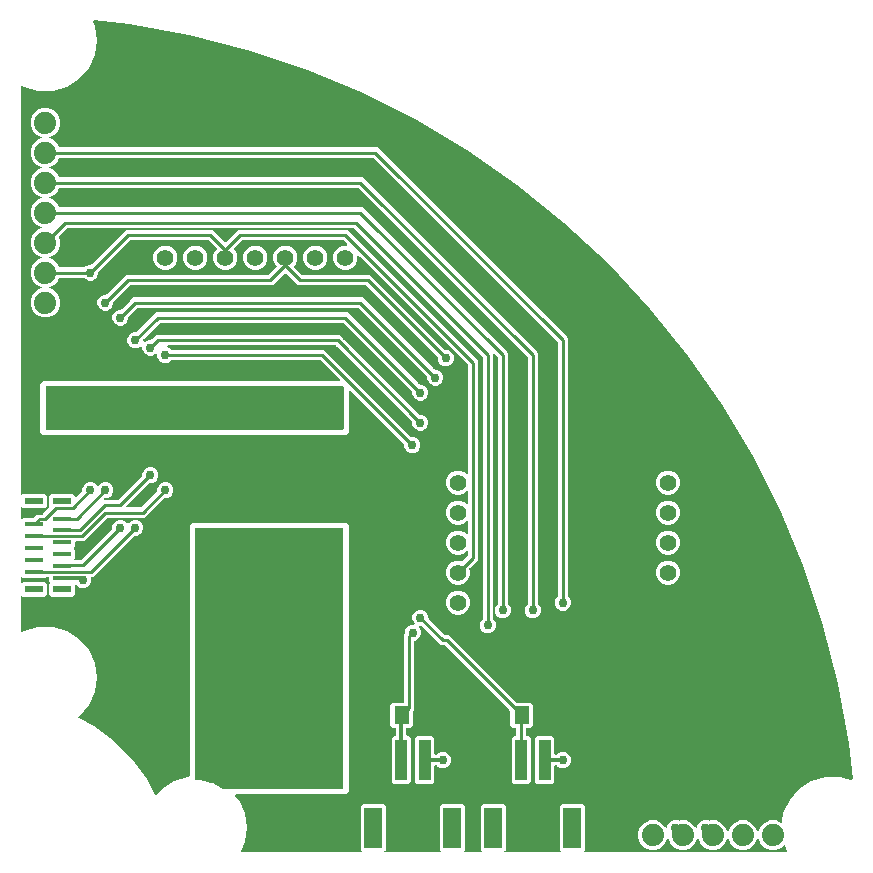
<source format=gtl>
G04 EAGLE Gerber RS-274X export*
G75*
%MOMM*%
%FSLAX34Y34*%
%LPD*%
%INTop Copper*%
%IPPOS*%
%AMOC8*
5,1,8,0,0,1.08239X$1,22.5*%
G01*
%ADD10R,1.000000X3.500000*%
%ADD11R,1.500000X3.400000*%
%ADD12R,1.300000X1.500000*%
%ADD13C,1.422400*%
%ADD14R,1.600200X0.406400*%
%ADD15R,1.600200X0.609600*%
%ADD16C,1.879600*%
%ADD17C,0.254000*%
%ADD18C,0.756400*%
%ADD19C,0.304800*%

G36*
X299923Y17663D02*
X299923Y17663D01*
X299995Y17665D01*
X300044Y17683D01*
X300095Y17692D01*
X300158Y17725D01*
X300226Y17750D01*
X300266Y17782D01*
X300312Y17807D01*
X300362Y17859D01*
X300418Y17903D01*
X300446Y17947D01*
X300482Y17985D01*
X300512Y18050D01*
X300551Y18110D01*
X300563Y18161D01*
X300585Y18208D01*
X300593Y18279D01*
X300611Y18349D01*
X300607Y18401D01*
X300612Y18453D01*
X300597Y18523D01*
X300592Y18594D01*
X300571Y18642D01*
X300560Y18693D01*
X300523Y18754D01*
X300495Y18820D01*
X300450Y18876D01*
X300434Y18904D01*
X300416Y18919D01*
X300390Y18951D01*
X299474Y19868D01*
X299474Y56394D01*
X301259Y58180D01*
X318785Y58180D01*
X320571Y56394D01*
X320571Y19868D01*
X319654Y18951D01*
X319612Y18893D01*
X319563Y18841D01*
X319541Y18794D01*
X319511Y18752D01*
X319490Y18683D01*
X319459Y18618D01*
X319454Y18566D01*
X319438Y18517D01*
X319440Y18445D01*
X319432Y18374D01*
X319443Y18323D01*
X319445Y18271D01*
X319469Y18203D01*
X319484Y18133D01*
X319511Y18089D01*
X319529Y18040D01*
X319574Y17984D01*
X319611Y17922D01*
X319650Y17888D01*
X319683Y17848D01*
X319743Y17809D01*
X319798Y17762D01*
X319846Y17743D01*
X319890Y17715D01*
X319959Y17697D01*
X320026Y17670D01*
X320097Y17662D01*
X320128Y17655D01*
X320151Y17656D01*
X320192Y17652D01*
X366852Y17652D01*
X366923Y17663D01*
X366995Y17665D01*
X367044Y17683D01*
X367095Y17692D01*
X367158Y17725D01*
X367226Y17750D01*
X367266Y17782D01*
X367312Y17807D01*
X367362Y17859D01*
X367418Y17903D01*
X367446Y17947D01*
X367482Y17985D01*
X367512Y18050D01*
X367551Y18110D01*
X367563Y18161D01*
X367585Y18208D01*
X367593Y18279D01*
X367611Y18349D01*
X367607Y18401D01*
X367612Y18453D01*
X367597Y18523D01*
X367592Y18594D01*
X367571Y18642D01*
X367560Y18693D01*
X367523Y18754D01*
X367495Y18820D01*
X367450Y18876D01*
X367434Y18904D01*
X367416Y18919D01*
X367390Y18951D01*
X366474Y19868D01*
X366474Y56394D01*
X368259Y58180D01*
X385785Y58180D01*
X387571Y56394D01*
X387571Y19868D01*
X386654Y18951D01*
X386612Y18893D01*
X386563Y18841D01*
X386541Y18794D01*
X386511Y18752D01*
X386490Y18683D01*
X386459Y18618D01*
X386454Y18566D01*
X386438Y18517D01*
X386440Y18445D01*
X386432Y18374D01*
X386443Y18323D01*
X386445Y18271D01*
X386469Y18203D01*
X386484Y18133D01*
X386511Y18089D01*
X386529Y18040D01*
X386574Y17984D01*
X386611Y17922D01*
X386650Y17888D01*
X386683Y17848D01*
X386743Y17809D01*
X386798Y17762D01*
X386846Y17743D01*
X386890Y17715D01*
X386959Y17697D01*
X387026Y17670D01*
X387097Y17662D01*
X387128Y17655D01*
X387151Y17656D01*
X387192Y17652D01*
X401452Y17652D01*
X401523Y17663D01*
X401595Y17665D01*
X401644Y17683D01*
X401695Y17692D01*
X401758Y17725D01*
X401826Y17750D01*
X401866Y17782D01*
X401912Y17807D01*
X401962Y17859D01*
X402018Y17903D01*
X402046Y17947D01*
X402082Y17985D01*
X402112Y18050D01*
X402151Y18110D01*
X402163Y18161D01*
X402185Y18208D01*
X402193Y18279D01*
X402211Y18349D01*
X402207Y18401D01*
X402212Y18453D01*
X402197Y18523D01*
X402192Y18594D01*
X402171Y18642D01*
X402160Y18693D01*
X402123Y18754D01*
X402095Y18820D01*
X402050Y18876D01*
X402034Y18904D01*
X402016Y18919D01*
X401990Y18951D01*
X401074Y19868D01*
X401074Y56394D01*
X402859Y58180D01*
X420385Y58180D01*
X422171Y56394D01*
X422171Y19868D01*
X421254Y18951D01*
X421212Y18893D01*
X421163Y18841D01*
X421141Y18794D01*
X421111Y18752D01*
X421090Y18683D01*
X421059Y18618D01*
X421054Y18566D01*
X421038Y18517D01*
X421040Y18445D01*
X421032Y18374D01*
X421043Y18323D01*
X421045Y18271D01*
X421069Y18203D01*
X421084Y18133D01*
X421111Y18089D01*
X421129Y18040D01*
X421174Y17984D01*
X421211Y17922D01*
X421250Y17888D01*
X421283Y17848D01*
X421343Y17809D01*
X421398Y17762D01*
X421446Y17743D01*
X421490Y17715D01*
X421559Y17697D01*
X421626Y17670D01*
X421697Y17662D01*
X421728Y17655D01*
X421751Y17656D01*
X421792Y17652D01*
X468452Y17652D01*
X468523Y17663D01*
X468595Y17665D01*
X468644Y17683D01*
X468695Y17692D01*
X468758Y17725D01*
X468826Y17750D01*
X468866Y17782D01*
X468912Y17807D01*
X468962Y17859D01*
X469018Y17903D01*
X469046Y17947D01*
X469082Y17985D01*
X469112Y18050D01*
X469151Y18110D01*
X469163Y18161D01*
X469185Y18208D01*
X469193Y18279D01*
X469211Y18349D01*
X469207Y18401D01*
X469212Y18453D01*
X469197Y18523D01*
X469192Y18594D01*
X469171Y18642D01*
X469160Y18693D01*
X469123Y18754D01*
X469095Y18820D01*
X469050Y18876D01*
X469034Y18904D01*
X469016Y18919D01*
X468990Y18951D01*
X468074Y19868D01*
X468074Y56394D01*
X469859Y58180D01*
X487385Y58180D01*
X489171Y56394D01*
X489171Y19868D01*
X488254Y18951D01*
X488212Y18893D01*
X488163Y18841D01*
X488141Y18794D01*
X488111Y18752D01*
X488090Y18683D01*
X488059Y18618D01*
X488054Y18566D01*
X488038Y18517D01*
X488040Y18445D01*
X488032Y18374D01*
X488043Y18323D01*
X488045Y18271D01*
X488069Y18203D01*
X488084Y18133D01*
X488111Y18089D01*
X488129Y18040D01*
X488174Y17984D01*
X488211Y17922D01*
X488250Y17888D01*
X488283Y17848D01*
X488343Y17809D01*
X488398Y17762D01*
X488446Y17743D01*
X488490Y17715D01*
X488559Y17697D01*
X488626Y17670D01*
X488697Y17662D01*
X488728Y17655D01*
X488751Y17656D01*
X488792Y17652D01*
X659919Y17652D01*
X659977Y17661D01*
X660037Y17661D01*
X660098Y17681D01*
X660161Y17692D01*
X660214Y17719D01*
X660270Y17738D01*
X660322Y17777D01*
X660379Y17807D01*
X660420Y17850D01*
X660467Y17885D01*
X660504Y17938D01*
X660548Y17985D01*
X660573Y18039D01*
X660607Y18088D01*
X660625Y18150D01*
X660652Y18208D01*
X660658Y18267D01*
X660675Y18324D01*
X660672Y18389D01*
X660679Y18453D01*
X660666Y18511D01*
X660663Y18570D01*
X660633Y18661D01*
X660627Y18693D01*
X660619Y18706D01*
X660611Y18729D01*
X658531Y23284D01*
X658513Y23311D01*
X658502Y23342D01*
X658445Y23413D01*
X658394Y23489D01*
X658368Y23508D01*
X658348Y23534D01*
X658271Y23583D01*
X658199Y23639D01*
X658168Y23649D01*
X658141Y23667D01*
X658053Y23689D01*
X657966Y23719D01*
X657934Y23719D01*
X657903Y23727D01*
X657812Y23720D01*
X657720Y23720D01*
X657690Y23710D01*
X657657Y23708D01*
X657573Y23672D01*
X657487Y23643D01*
X657461Y23624D01*
X657431Y23611D01*
X657300Y23506D01*
X655373Y21579D01*
X650798Y19684D01*
X645847Y19684D01*
X641272Y21579D01*
X637770Y25081D01*
X636326Y28569D01*
X636288Y28630D01*
X636259Y28695D01*
X636223Y28734D01*
X636196Y28778D01*
X636141Y28824D01*
X636092Y28876D01*
X636047Y28901D01*
X636007Y28935D01*
X635940Y28960D01*
X635877Y28995D01*
X635825Y29004D01*
X635777Y29023D01*
X635705Y29026D01*
X635635Y29039D01*
X635583Y29031D01*
X635531Y29033D01*
X635462Y29013D01*
X635391Y29003D01*
X635345Y28979D01*
X635295Y28965D01*
X635236Y28924D01*
X635172Y28891D01*
X635136Y28854D01*
X635093Y28824D01*
X635050Y28767D01*
X635000Y28716D01*
X634965Y28653D01*
X634946Y28627D01*
X634939Y28605D01*
X634919Y28569D01*
X633474Y25081D01*
X629973Y21579D01*
X625398Y19684D01*
X620447Y19684D01*
X615872Y21579D01*
X612370Y25081D01*
X610926Y28569D01*
X610888Y28630D01*
X610859Y28695D01*
X610823Y28734D01*
X610796Y28778D01*
X610741Y28824D01*
X610692Y28876D01*
X610647Y28901D01*
X610607Y28935D01*
X610540Y28960D01*
X610477Y28995D01*
X610425Y29004D01*
X610377Y29023D01*
X610305Y29026D01*
X610235Y29039D01*
X610183Y29031D01*
X610131Y29033D01*
X610062Y29013D01*
X609991Y29003D01*
X609945Y28979D01*
X609895Y28965D01*
X609836Y28924D01*
X609772Y28891D01*
X609736Y28854D01*
X609693Y28824D01*
X609650Y28767D01*
X609600Y28716D01*
X609565Y28653D01*
X609546Y28627D01*
X609539Y28605D01*
X609519Y28569D01*
X608074Y25081D01*
X604573Y21579D01*
X599998Y19684D01*
X595047Y19684D01*
X590472Y21579D01*
X586970Y25081D01*
X585526Y28569D01*
X585488Y28630D01*
X585459Y28695D01*
X585423Y28734D01*
X585396Y28778D01*
X585341Y28824D01*
X585292Y28876D01*
X585247Y28901D01*
X585207Y28935D01*
X585140Y28960D01*
X585077Y28995D01*
X585025Y29004D01*
X584977Y29023D01*
X584905Y29026D01*
X584835Y29039D01*
X584783Y29031D01*
X584731Y29033D01*
X584662Y29013D01*
X584591Y29003D01*
X584545Y28979D01*
X584495Y28965D01*
X584436Y28924D01*
X584372Y28891D01*
X584336Y28854D01*
X584293Y28824D01*
X584250Y28767D01*
X584200Y28716D01*
X584165Y28653D01*
X584146Y28627D01*
X584139Y28605D01*
X584119Y28569D01*
X582674Y25081D01*
X579173Y21579D01*
X574598Y19684D01*
X569647Y19684D01*
X565072Y21579D01*
X561570Y25081D01*
X560126Y28569D01*
X560088Y28630D01*
X560059Y28695D01*
X560023Y28734D01*
X559996Y28778D01*
X559941Y28824D01*
X559892Y28876D01*
X559847Y28901D01*
X559807Y28935D01*
X559740Y28960D01*
X559677Y28995D01*
X559625Y29004D01*
X559577Y29023D01*
X559505Y29026D01*
X559435Y29039D01*
X559383Y29031D01*
X559331Y29033D01*
X559262Y29013D01*
X559191Y29003D01*
X559145Y28979D01*
X559095Y28965D01*
X559036Y28924D01*
X558972Y28891D01*
X558936Y28854D01*
X558893Y28824D01*
X558850Y28767D01*
X558800Y28716D01*
X558765Y28653D01*
X558746Y28627D01*
X558739Y28605D01*
X558719Y28569D01*
X557274Y25081D01*
X553773Y21579D01*
X549198Y19684D01*
X544247Y19684D01*
X539672Y21579D01*
X536170Y25081D01*
X534276Y29655D01*
X534276Y34607D01*
X536170Y39182D01*
X539672Y42683D01*
X544247Y44578D01*
X549198Y44578D01*
X553773Y42683D01*
X557274Y39182D01*
X557477Y38692D01*
X557528Y38609D01*
X557574Y38523D01*
X557593Y38505D01*
X557607Y38483D01*
X557682Y38421D01*
X557752Y38354D01*
X557776Y38343D01*
X557796Y38326D01*
X557887Y38291D01*
X557975Y38250D01*
X558001Y38247D01*
X558026Y38238D01*
X558123Y38234D01*
X558220Y38223D01*
X558245Y38228D01*
X558271Y38227D01*
X558365Y38254D01*
X558460Y38275D01*
X558483Y38289D01*
X558508Y38296D01*
X558588Y38351D01*
X558671Y38401D01*
X558688Y38421D01*
X558710Y38436D01*
X558768Y38514D01*
X558831Y38588D01*
X558841Y38613D01*
X558857Y38633D01*
X558887Y38726D01*
X558923Y38816D01*
X558927Y38849D01*
X558933Y38867D01*
X558932Y38900D01*
X558942Y38983D01*
X558942Y39840D01*
X559982Y42350D01*
X561903Y44272D01*
X564414Y45312D01*
X567131Y45312D01*
X568983Y44544D01*
X569072Y44524D01*
X569159Y44495D01*
X569192Y44496D01*
X569223Y44488D01*
X569314Y44497D01*
X569405Y44498D01*
X569444Y44509D01*
X569468Y44511D01*
X569497Y44525D01*
X569566Y44545D01*
X569646Y44578D01*
X574598Y44578D01*
X579173Y42683D01*
X582674Y39182D01*
X582877Y38692D01*
X582928Y38609D01*
X582974Y38523D01*
X582993Y38505D01*
X583007Y38483D01*
X583082Y38421D01*
X583152Y38354D01*
X583176Y38343D01*
X583196Y38326D01*
X583287Y38291D01*
X583375Y38250D01*
X583401Y38247D01*
X583426Y38238D01*
X583523Y38234D01*
X583620Y38223D01*
X583645Y38228D01*
X583671Y38227D01*
X583765Y38254D01*
X583860Y38275D01*
X583883Y38289D01*
X583908Y38296D01*
X583988Y38351D01*
X584071Y38401D01*
X584088Y38421D01*
X584110Y38436D01*
X584168Y38514D01*
X584231Y38588D01*
X584241Y38613D01*
X584257Y38633D01*
X584287Y38726D01*
X584323Y38816D01*
X584327Y38849D01*
X584333Y38867D01*
X584332Y38900D01*
X584342Y38983D01*
X584342Y39840D01*
X585382Y42350D01*
X587303Y44272D01*
X589814Y45312D01*
X592531Y45312D01*
X594383Y44544D01*
X594472Y44524D01*
X594559Y44495D01*
X594592Y44496D01*
X594623Y44488D01*
X594714Y44497D01*
X594805Y44498D01*
X594844Y44509D01*
X594868Y44511D01*
X594897Y44525D01*
X594966Y44545D01*
X595046Y44578D01*
X599998Y44578D01*
X604573Y42683D01*
X608074Y39182D01*
X609519Y35693D01*
X609557Y35632D01*
X609586Y35567D01*
X609621Y35529D01*
X609649Y35484D01*
X609704Y35438D01*
X609752Y35386D01*
X609798Y35361D01*
X609838Y35327D01*
X609905Y35302D01*
X609968Y35267D01*
X610019Y35258D01*
X610068Y35239D01*
X610139Y35236D01*
X610210Y35223D01*
X610261Y35231D01*
X610313Y35229D01*
X610382Y35249D01*
X610453Y35259D01*
X610500Y35283D01*
X610550Y35297D01*
X610609Y35338D01*
X610672Y35371D01*
X610709Y35408D01*
X610752Y35438D01*
X610795Y35495D01*
X610845Y35546D01*
X610879Y35609D01*
X610899Y35635D01*
X610906Y35657D01*
X610926Y35693D01*
X612370Y39182D01*
X615872Y42683D01*
X620447Y44578D01*
X625398Y44578D01*
X629973Y42683D01*
X633474Y39182D01*
X634919Y35693D01*
X634957Y35632D01*
X634986Y35567D01*
X635021Y35529D01*
X635049Y35484D01*
X635104Y35438D01*
X635152Y35386D01*
X635198Y35361D01*
X635238Y35327D01*
X635305Y35302D01*
X635368Y35267D01*
X635419Y35258D01*
X635468Y35239D01*
X635539Y35236D01*
X635610Y35223D01*
X635661Y35231D01*
X635713Y35229D01*
X635782Y35249D01*
X635853Y35259D01*
X635900Y35283D01*
X635950Y35297D01*
X636009Y35338D01*
X636072Y35371D01*
X636109Y35408D01*
X636152Y35438D01*
X636195Y35495D01*
X636245Y35546D01*
X636279Y35609D01*
X636299Y35635D01*
X636306Y35657D01*
X636326Y35693D01*
X637770Y39182D01*
X641272Y42683D01*
X645847Y44578D01*
X650798Y44578D01*
X655102Y42795D01*
X655214Y42769D01*
X655325Y42740D01*
X655333Y42741D01*
X655342Y42739D01*
X655456Y42750D01*
X655570Y42758D01*
X655578Y42761D01*
X655587Y42762D01*
X655692Y42808D01*
X655797Y42852D01*
X655803Y42858D01*
X655811Y42862D01*
X655896Y42940D01*
X655982Y43015D01*
X655986Y43022D01*
X655993Y43028D01*
X656048Y43129D01*
X656105Y43227D01*
X656108Y43238D01*
X656111Y43244D01*
X656115Y43267D01*
X656131Y43327D01*
X656132Y43329D01*
X656132Y43333D01*
X656147Y43390D01*
X657211Y50787D01*
X662376Y62097D01*
X670517Y71493D01*
X680977Y78215D01*
X692906Y81717D01*
X705339Y81717D01*
X714817Y78934D01*
X714862Y78929D01*
X714906Y78914D01*
X714984Y78914D01*
X715061Y78904D01*
X715106Y78913D01*
X715152Y78913D01*
X715226Y78938D01*
X715302Y78953D01*
X715342Y78976D01*
X715385Y78991D01*
X715447Y79038D01*
X715515Y79077D01*
X715545Y79111D01*
X715582Y79139D01*
X715626Y79203D01*
X715677Y79262D01*
X715695Y79304D01*
X715721Y79342D01*
X715742Y79417D01*
X715772Y79488D01*
X715775Y79534D01*
X715788Y79579D01*
X715788Y79715D01*
X715789Y79734D01*
X715788Y79739D01*
X715788Y79746D01*
X712603Y109285D01*
X712598Y109305D01*
X712595Y109339D01*
X703478Y159793D01*
X703471Y159812D01*
X703466Y159846D01*
X690774Y209522D01*
X690766Y209540D01*
X690759Y209574D01*
X674557Y258218D01*
X674548Y258236D01*
X674538Y258269D01*
X654909Y305633D01*
X654898Y305651D01*
X654887Y305683D01*
X631930Y351528D01*
X631918Y351544D01*
X631904Y351575D01*
X605737Y395666D01*
X605724Y395682D01*
X605707Y395712D01*
X576463Y437825D01*
X576449Y437839D01*
X576430Y437868D01*
X544257Y477789D01*
X544242Y477802D01*
X544222Y477830D01*
X509284Y515354D01*
X509268Y515367D01*
X509245Y515393D01*
X471721Y550330D01*
X471704Y550342D01*
X471680Y550366D01*
X431759Y582539D01*
X431742Y582549D01*
X431716Y582571D01*
X389603Y611816D01*
X389585Y611825D01*
X389557Y611845D01*
X345466Y638013D01*
X345448Y638020D01*
X345419Y638039D01*
X299574Y660995D01*
X299555Y661001D01*
X299525Y661018D01*
X252160Y680647D01*
X252140Y680652D01*
X252109Y680666D01*
X203465Y696868D01*
X203445Y696871D01*
X203413Y696883D01*
X153737Y709575D01*
X153717Y709577D01*
X153684Y709587D01*
X103230Y718704D01*
X103210Y718704D01*
X103176Y718712D01*
X73553Y721906D01*
X73453Y721900D01*
X73353Y721901D01*
X73331Y721894D01*
X73307Y721892D01*
X73214Y721855D01*
X73120Y721824D01*
X73101Y721810D01*
X73079Y721801D01*
X73003Y721737D01*
X72923Y721677D01*
X72909Y721657D01*
X72891Y721642D01*
X72840Y721557D01*
X72783Y721474D01*
X72777Y721452D01*
X72764Y721432D01*
X72743Y721334D01*
X72715Y721238D01*
X72716Y721214D01*
X72711Y721191D01*
X72722Y721092D01*
X72726Y720992D01*
X72736Y720964D01*
X72737Y720947D01*
X72751Y720917D01*
X72779Y720833D01*
X74284Y717537D01*
X76053Y705231D01*
X74284Y692925D01*
X69119Y681615D01*
X60977Y672219D01*
X50518Y665497D01*
X38589Y661995D01*
X26156Y661995D01*
X14227Y665497D01*
X12716Y666468D01*
X12612Y666514D01*
X12509Y666561D01*
X12499Y666562D01*
X12490Y666566D01*
X12377Y666576D01*
X12265Y666588D01*
X12255Y666586D01*
X12245Y666587D01*
X12135Y666560D01*
X12024Y666536D01*
X12016Y666531D01*
X12006Y666528D01*
X11911Y666468D01*
X11813Y666410D01*
X11807Y666402D01*
X11798Y666397D01*
X11727Y666309D01*
X11653Y666223D01*
X11650Y666214D01*
X11643Y666206D01*
X11604Y666100D01*
X11562Y665995D01*
X11560Y665983D01*
X11557Y665975D01*
X11557Y665951D01*
X11543Y665828D01*
X11543Y321167D01*
X11555Y321096D01*
X11556Y321025D01*
X11574Y320976D01*
X11583Y320924D01*
X11616Y320861D01*
X11641Y320794D01*
X11673Y320753D01*
X11698Y320707D01*
X11750Y320658D01*
X11795Y320602D01*
X11838Y320574D01*
X11876Y320538D01*
X11941Y320507D01*
X12002Y320469D01*
X12052Y320456D01*
X12099Y320434D01*
X12171Y320426D01*
X12240Y320409D01*
X12292Y320413D01*
X12344Y320407D01*
X12414Y320422D01*
X12485Y320428D01*
X12533Y320448D01*
X12584Y320459D01*
X12646Y320496D01*
X12712Y320524D01*
X12768Y320569D01*
X12795Y320585D01*
X12810Y320603D01*
X12843Y320629D01*
X13456Y321243D01*
X31984Y321243D01*
X33770Y319457D01*
X33770Y310835D01*
X31984Y309049D01*
X13456Y309049D01*
X12843Y309663D01*
X12784Y309705D01*
X12732Y309754D01*
X12685Y309776D01*
X12643Y309807D01*
X12574Y309828D01*
X12509Y309858D01*
X12458Y309864D01*
X12408Y309879D01*
X12336Y309877D01*
X12265Y309885D01*
X12214Y309874D01*
X12162Y309873D01*
X12095Y309848D01*
X12024Y309833D01*
X11980Y309806D01*
X11931Y309788D01*
X11875Y309743D01*
X11813Y309707D01*
X11780Y309667D01*
X11739Y309635D01*
X11700Y309574D01*
X11653Y309520D01*
X11634Y309471D01*
X11606Y309428D01*
X11588Y309358D01*
X11562Y309292D01*
X11554Y309220D01*
X11546Y309189D01*
X11548Y309166D01*
X11543Y309125D01*
X11543Y300186D01*
X11555Y300115D01*
X11556Y300044D01*
X11574Y299995D01*
X11583Y299943D01*
X11616Y299880D01*
X11641Y299813D01*
X11673Y299772D01*
X11698Y299726D01*
X11750Y299677D01*
X11795Y299621D01*
X11838Y299593D01*
X11876Y299557D01*
X11941Y299526D01*
X12002Y299488D01*
X12052Y299475D01*
X12099Y299453D01*
X12171Y299445D01*
X12240Y299428D01*
X12292Y299432D01*
X12344Y299426D01*
X12414Y299441D01*
X12485Y299447D01*
X12533Y299467D01*
X12584Y299478D01*
X12646Y299515D01*
X12712Y299543D01*
X12768Y299588D01*
X12795Y299604D01*
X12810Y299622D01*
X12843Y299648D01*
X13456Y300262D01*
X21378Y300262D01*
X21468Y300277D01*
X21559Y300284D01*
X21589Y300296D01*
X21621Y300302D01*
X21702Y300344D01*
X21785Y300380D01*
X21818Y300406D01*
X21838Y300417D01*
X21860Y300440D01*
X21916Y300485D01*
X23099Y301667D01*
X25851Y304420D01*
X29880Y304420D01*
X29970Y304435D01*
X30061Y304442D01*
X30090Y304454D01*
X30122Y304460D01*
X30203Y304502D01*
X30287Y304538D01*
X30319Y304564D01*
X30340Y304575D01*
X30362Y304598D01*
X30418Y304643D01*
X35540Y309765D01*
X35552Y309781D01*
X35567Y309794D01*
X35623Y309881D01*
X35684Y309965D01*
X35690Y309984D01*
X35700Y310001D01*
X35726Y310101D01*
X35756Y310200D01*
X35756Y310220D01*
X35760Y310239D01*
X35752Y310342D01*
X35750Y310446D01*
X35743Y310464D01*
X35741Y310484D01*
X35701Y310580D01*
X35665Y310677D01*
X35653Y310692D01*
X35645Y310711D01*
X35547Y310834D01*
X35547Y319457D01*
X37332Y321243D01*
X55860Y321243D01*
X57646Y319457D01*
X57646Y319141D01*
X57658Y319070D01*
X57659Y318998D01*
X57677Y318949D01*
X57686Y318898D01*
X57719Y318835D01*
X57744Y318767D01*
X57776Y318727D01*
X57801Y318681D01*
X57853Y318631D01*
X57898Y318575D01*
X57941Y318547D01*
X57979Y318511D01*
X58044Y318481D01*
X58105Y318442D01*
X58155Y318430D01*
X58202Y318408D01*
X58274Y318400D01*
X58343Y318382D01*
X58395Y318386D01*
X58447Y318381D01*
X58517Y318396D01*
X58588Y318401D01*
X58636Y318422D01*
X58687Y318433D01*
X58749Y318470D01*
X58815Y318498D01*
X58871Y318543D01*
X58898Y318559D01*
X58913Y318577D01*
X58946Y318603D01*
X63419Y323076D01*
X63472Y323150D01*
X63531Y323219D01*
X63543Y323249D01*
X63562Y323275D01*
X63589Y323363D01*
X63623Y323447D01*
X63628Y323488D01*
X63635Y323510D01*
X63634Y323543D01*
X63642Y323614D01*
X63642Y325590D01*
X64682Y328100D01*
X66603Y330022D01*
X69114Y331062D01*
X71831Y331062D01*
X74342Y330022D01*
X76284Y328079D01*
X76300Y328068D01*
X76313Y328052D01*
X76400Y327996D01*
X76484Y327936D01*
X76503Y327930D01*
X76520Y327919D01*
X76620Y327894D01*
X76719Y327864D01*
X76739Y327864D01*
X76758Y327859D01*
X76861Y327867D01*
X76965Y327870D01*
X76984Y327877D01*
X77003Y327878D01*
X77098Y327919D01*
X77196Y327954D01*
X77211Y327967D01*
X77230Y327975D01*
X77361Y328079D01*
X79303Y330022D01*
X81814Y331062D01*
X84531Y331062D01*
X87042Y330022D01*
X88963Y328100D01*
X90003Y325590D01*
X90003Y322872D01*
X88963Y320362D01*
X87042Y318440D01*
X84531Y317400D01*
X82765Y317400D01*
X82675Y317386D01*
X82584Y317379D01*
X82554Y317366D01*
X82522Y317361D01*
X82442Y317318D01*
X82358Y317282D01*
X82325Y317256D01*
X82304Y317246D01*
X82282Y317222D01*
X82227Y317178D01*
X82198Y317150D01*
X82156Y317091D01*
X82107Y317039D01*
X82085Y316992D01*
X82055Y316950D01*
X82034Y316881D01*
X82003Y316816D01*
X81998Y316764D01*
X81982Y316715D01*
X81984Y316643D01*
X81976Y316572D01*
X81987Y316521D01*
X81989Y316469D01*
X82013Y316402D01*
X82028Y316331D01*
X82055Y316287D01*
X82073Y316238D01*
X82118Y316182D01*
X82155Y316120D01*
X82194Y316086D01*
X82226Y316046D01*
X82287Y316007D01*
X82342Y315960D01*
X82390Y315941D01*
X82433Y315913D01*
X82503Y315895D01*
X82570Y315868D01*
X82641Y315860D01*
X82672Y315853D01*
X82695Y315854D01*
X82736Y315850D01*
X93768Y315850D01*
X93858Y315865D01*
X93949Y315872D01*
X93979Y315884D01*
X94011Y315890D01*
X94092Y315932D01*
X94175Y315968D01*
X94208Y315994D01*
X94228Y316005D01*
X94250Y316028D01*
X94306Y316073D01*
X114219Y335985D01*
X114272Y336059D01*
X114331Y336128D01*
X114343Y336159D01*
X114362Y336185D01*
X114389Y336272D01*
X114423Y336357D01*
X114428Y336397D01*
X114435Y336420D01*
X114434Y336452D01*
X114442Y336523D01*
X114442Y338290D01*
X115482Y340800D01*
X117403Y342722D01*
X119914Y343762D01*
X122631Y343762D01*
X125142Y342722D01*
X127063Y340800D01*
X128103Y338290D01*
X128103Y335572D01*
X127063Y333062D01*
X125142Y331140D01*
X122631Y330100D01*
X120865Y330100D01*
X120774Y330086D01*
X120684Y330078D01*
X120654Y330066D01*
X120622Y330061D01*
X120541Y330018D01*
X120457Y329982D01*
X120425Y329956D01*
X120404Y329946D01*
X120382Y329922D01*
X120326Y329877D01*
X101248Y310799D01*
X101206Y310741D01*
X101157Y310689D01*
X101135Y310642D01*
X101105Y310600D01*
X101084Y310531D01*
X101053Y310466D01*
X101048Y310414D01*
X101032Y310365D01*
X101034Y310293D01*
X101026Y310222D01*
X101037Y310171D01*
X101039Y310119D01*
X101063Y310051D01*
X101078Y309981D01*
X101105Y309937D01*
X101123Y309888D01*
X101168Y309832D01*
X101205Y309770D01*
X101244Y309736D01*
X101277Y309696D01*
X101337Y309657D01*
X101392Y309610D01*
X101440Y309591D01*
X101484Y309563D01*
X101553Y309545D01*
X101620Y309518D01*
X101691Y309510D01*
X101722Y309503D01*
X101746Y309504D01*
X101786Y309500D01*
X112818Y309500D01*
X112908Y309515D01*
X112999Y309522D01*
X113029Y309534D01*
X113061Y309540D01*
X113142Y309582D01*
X113225Y309618D01*
X113258Y309644D01*
X113278Y309655D01*
X113300Y309678D01*
X113356Y309723D01*
X126919Y323285D01*
X126972Y323359D01*
X127031Y323428D01*
X127043Y323459D01*
X127062Y323485D01*
X127089Y323572D01*
X127123Y323657D01*
X127128Y323697D01*
X127135Y323720D01*
X127134Y323752D01*
X127142Y323823D01*
X127142Y325590D01*
X128182Y328100D01*
X130103Y330022D01*
X132614Y331062D01*
X135331Y331062D01*
X137842Y330022D01*
X139763Y328100D01*
X140803Y325590D01*
X140803Y322872D01*
X139763Y320362D01*
X137842Y318440D01*
X135331Y317400D01*
X133565Y317400D01*
X133474Y317386D01*
X133384Y317378D01*
X133354Y317366D01*
X133322Y317361D01*
X133241Y317318D01*
X133157Y317282D01*
X133125Y317256D01*
X133104Y317246D01*
X133082Y317222D01*
X133026Y317177D01*
X116711Y300862D01*
X85276Y300862D01*
X85186Y300848D01*
X85095Y300840D01*
X85066Y300828D01*
X85034Y300823D01*
X84953Y300780D01*
X84869Y300744D01*
X84837Y300718D01*
X84816Y300708D01*
X84794Y300684D01*
X84793Y300683D01*
X84791Y300682D01*
X84789Y300680D01*
X84738Y300639D01*
X64961Y280862D01*
X58407Y280862D01*
X58388Y280859D01*
X58368Y280861D01*
X58267Y280839D01*
X58165Y280823D01*
X58147Y280813D01*
X58127Y280809D01*
X58038Y280756D01*
X57947Y280708D01*
X57933Y280693D01*
X57916Y280683D01*
X57849Y280604D01*
X57778Y280529D01*
X57769Y280511D01*
X57756Y280496D01*
X57718Y280400D01*
X57674Y280306D01*
X57672Y280286D01*
X57665Y280268D01*
X57646Y280101D01*
X57646Y276886D01*
X56479Y275719D01*
X56468Y275703D01*
X56452Y275691D01*
X56396Y275604D01*
X56336Y275520D01*
X56330Y275501D01*
X56319Y275484D01*
X56294Y275383D01*
X56263Y275285D01*
X56264Y275265D01*
X56259Y275245D01*
X56267Y275142D01*
X56270Y275039D01*
X56277Y275020D01*
X56278Y275000D01*
X56318Y274905D01*
X56354Y274808D01*
X56367Y274792D01*
X56374Y274774D01*
X56479Y274643D01*
X57646Y273476D01*
X57646Y266886D01*
X57109Y266349D01*
X57067Y266291D01*
X57018Y266239D01*
X56996Y266192D01*
X56966Y266150D01*
X56945Y266081D01*
X56914Y266016D01*
X56909Y265964D01*
X56893Y265915D01*
X56895Y265843D01*
X56887Y265772D01*
X56898Y265721D01*
X56900Y265669D01*
X56924Y265601D01*
X56939Y265531D01*
X56966Y265487D01*
X56984Y265438D01*
X57029Y265382D01*
X57066Y265320D01*
X57105Y265286D01*
X57138Y265246D01*
X57198Y265207D01*
X57253Y265160D01*
X57301Y265141D01*
X57345Y265113D01*
X57414Y265095D01*
X57481Y265068D01*
X57552Y265060D01*
X57583Y265053D01*
X57606Y265054D01*
X57647Y265050D01*
X62018Y265050D01*
X62108Y265065D01*
X62199Y265072D01*
X62229Y265084D01*
X62261Y265090D01*
X62342Y265132D01*
X62425Y265168D01*
X62458Y265194D01*
X62478Y265205D01*
X62486Y265212D01*
X62487Y265213D01*
X62502Y265229D01*
X62556Y265273D01*
X88819Y291535D01*
X88872Y291609D01*
X88931Y291678D01*
X88943Y291709D01*
X88962Y291735D01*
X88989Y291822D01*
X89023Y291907D01*
X89028Y291947D01*
X89035Y291970D01*
X89034Y292002D01*
X89042Y292073D01*
X89042Y293840D01*
X90082Y296350D01*
X92003Y298272D01*
X94514Y299312D01*
X97231Y299312D01*
X99742Y298272D01*
X101684Y296329D01*
X101700Y296318D01*
X101713Y296302D01*
X101800Y296246D01*
X101884Y296186D01*
X101903Y296180D01*
X101920Y296169D01*
X102020Y296144D01*
X102119Y296114D01*
X102139Y296114D01*
X102158Y296109D01*
X102261Y296117D01*
X102365Y296120D01*
X102383Y296127D01*
X102403Y296128D01*
X102498Y296169D01*
X102596Y296204D01*
X102611Y296217D01*
X102630Y296225D01*
X102761Y296329D01*
X104703Y298272D01*
X107214Y299312D01*
X109931Y299312D01*
X112442Y298272D01*
X114363Y296350D01*
X115403Y293840D01*
X115403Y291122D01*
X114363Y288612D01*
X112442Y286690D01*
X109931Y285650D01*
X108164Y285650D01*
X108074Y285636D01*
X107983Y285628D01*
X107954Y285616D01*
X107922Y285611D01*
X107841Y285568D01*
X107757Y285532D01*
X107725Y285506D01*
X107704Y285496D01*
X107682Y285472D01*
X107626Y285427D01*
X73061Y250862D01*
X71482Y250862D01*
X71437Y250855D01*
X71391Y250857D01*
X71316Y250835D01*
X71240Y250823D01*
X71199Y250801D01*
X71155Y250788D01*
X71091Y250744D01*
X71022Y250708D01*
X70991Y250674D01*
X70953Y250648D01*
X70906Y250586D01*
X70853Y250529D01*
X70834Y250487D01*
X70806Y250451D01*
X70782Y250377D01*
X70749Y250306D01*
X70744Y250260D01*
X70730Y250217D01*
X70731Y250139D01*
X70722Y250062D01*
X70732Y250017D01*
X70732Y249971D01*
X70770Y249840D01*
X70774Y249821D01*
X70777Y249817D01*
X70779Y249810D01*
X70953Y249390D01*
X70953Y246672D01*
X69913Y244162D01*
X67992Y242240D01*
X65481Y241200D01*
X62764Y241200D01*
X60253Y242240D01*
X58946Y243548D01*
X58887Y243590D01*
X58835Y243639D01*
X58788Y243661D01*
X58746Y243691D01*
X58677Y243712D01*
X58612Y243743D01*
X58561Y243748D01*
X58511Y243764D01*
X58439Y243762D01*
X58368Y243770D01*
X58317Y243759D01*
X58265Y243757D01*
X58198Y243733D01*
X58127Y243717D01*
X58083Y243691D01*
X58034Y243673D01*
X57978Y243628D01*
X57916Y243591D01*
X57883Y243552D01*
X57842Y243519D01*
X57803Y243459D01*
X57756Y243404D01*
X57737Y243356D01*
X57709Y243312D01*
X57691Y243243D01*
X57665Y243176D01*
X57657Y243105D01*
X57649Y243074D01*
X57651Y243050D01*
X57646Y243009D01*
X57646Y235905D01*
X55860Y234119D01*
X37332Y234119D01*
X35547Y235905D01*
X35547Y244527D01*
X36188Y245168D01*
X36200Y245184D01*
X36215Y245197D01*
X36271Y245284D01*
X36331Y245368D01*
X36337Y245387D01*
X36348Y245404D01*
X36373Y245504D01*
X36404Y245603D01*
X36403Y245623D01*
X36408Y245642D01*
X36400Y245745D01*
X36397Y245849D01*
X36391Y245868D01*
X36389Y245888D01*
X36349Y245982D01*
X36313Y246080D01*
X36301Y246096D01*
X36293Y246114D01*
X36188Y246245D01*
X35547Y246886D01*
X35547Y250101D01*
X35543Y250121D01*
X35546Y250141D01*
X35524Y250242D01*
X35507Y250344D01*
X35498Y250361D01*
X35493Y250381D01*
X35440Y250470D01*
X35392Y250561D01*
X35377Y250575D01*
X35367Y250592D01*
X35288Y250659D01*
X35213Y250731D01*
X35195Y250739D01*
X35180Y250752D01*
X35084Y250791D01*
X34990Y250834D01*
X34971Y250836D01*
X34952Y250844D01*
X34785Y250862D01*
X33061Y250862D01*
X32971Y250848D01*
X32880Y250840D01*
X32851Y250828D01*
X32819Y250823D01*
X32738Y250780D01*
X32654Y250744D01*
X32622Y250718D01*
X32601Y250708D01*
X32579Y250684D01*
X32523Y250639D01*
X31984Y250100D01*
X13456Y250100D01*
X12843Y250714D01*
X12784Y250756D01*
X12732Y250805D01*
X12685Y250827D01*
X12643Y250858D01*
X12574Y250879D01*
X12509Y250909D01*
X12458Y250915D01*
X12408Y250930D01*
X12336Y250928D01*
X12265Y250936D01*
X12214Y250925D01*
X12162Y250924D01*
X12095Y250899D01*
X12024Y250884D01*
X11980Y250857D01*
X11931Y250839D01*
X11875Y250794D01*
X11813Y250758D01*
X11780Y250718D01*
X11739Y250686D01*
X11700Y250625D01*
X11653Y250571D01*
X11634Y250522D01*
X11606Y250479D01*
X11588Y250409D01*
X11562Y250343D01*
X11554Y250271D01*
X11546Y250240D01*
X11548Y250217D01*
X11543Y250176D01*
X11543Y246237D01*
X11555Y246166D01*
X11556Y246095D01*
X11574Y246046D01*
X11583Y245994D01*
X11616Y245931D01*
X11641Y245864D01*
X11673Y245823D01*
X11698Y245777D01*
X11750Y245728D01*
X11795Y245672D01*
X11838Y245644D01*
X11876Y245608D01*
X11941Y245577D01*
X12002Y245539D01*
X12052Y245526D01*
X12099Y245504D01*
X12171Y245496D01*
X12240Y245479D01*
X12292Y245483D01*
X12344Y245477D01*
X12414Y245492D01*
X12485Y245498D01*
X12533Y245518D01*
X12584Y245529D01*
X12646Y245566D01*
X12712Y245594D01*
X12768Y245639D01*
X12795Y245655D01*
X12810Y245673D01*
X12843Y245699D01*
X13456Y246313D01*
X31984Y246313D01*
X33770Y244527D01*
X33770Y235905D01*
X31984Y234119D01*
X13456Y234119D01*
X12843Y234733D01*
X12784Y234775D01*
X12732Y234824D01*
X12685Y234846D01*
X12643Y234877D01*
X12574Y234898D01*
X12509Y234928D01*
X12458Y234934D01*
X12408Y234949D01*
X12336Y234947D01*
X12265Y234955D01*
X12214Y234944D01*
X12162Y234943D01*
X12095Y234918D01*
X12024Y234903D01*
X11980Y234876D01*
X11931Y234858D01*
X11875Y234813D01*
X11813Y234777D01*
X11780Y234737D01*
X11739Y234705D01*
X11700Y234644D01*
X11653Y234590D01*
X11634Y234541D01*
X11606Y234498D01*
X11588Y234428D01*
X11562Y234362D01*
X11554Y234290D01*
X11546Y234259D01*
X11548Y234236D01*
X11543Y234195D01*
X11543Y204884D01*
X11561Y204772D01*
X11577Y204660D01*
X11581Y204651D01*
X11583Y204641D01*
X11636Y204541D01*
X11686Y204440D01*
X11693Y204433D01*
X11698Y204424D01*
X11780Y204346D01*
X11860Y204266D01*
X11869Y204262D01*
X11876Y204255D01*
X11979Y204207D01*
X12080Y204157D01*
X12090Y204155D01*
X12099Y204151D01*
X12211Y204139D01*
X12324Y204123D01*
X12334Y204125D01*
X12344Y204124D01*
X12454Y204148D01*
X12566Y204169D01*
X12576Y204174D01*
X12584Y204176D01*
X12605Y204189D01*
X12716Y204244D01*
X14227Y205215D01*
X26156Y208717D01*
X38589Y208717D01*
X50518Y205215D01*
X60977Y198493D01*
X69119Y189097D01*
X74284Y177787D01*
X76053Y165481D01*
X74284Y153175D01*
X69119Y141865D01*
X60977Y132469D01*
X60635Y132249D01*
X60564Y132185D01*
X60489Y132127D01*
X60473Y132103D01*
X60452Y132084D01*
X60405Y132001D01*
X60353Y131922D01*
X60345Y131895D01*
X60331Y131870D01*
X60313Y131776D01*
X60289Y131685D01*
X60290Y131656D01*
X60285Y131628D01*
X60298Y131534D01*
X60304Y131439D01*
X60315Y131413D01*
X60319Y131385D01*
X60361Y131300D01*
X60397Y131211D01*
X60415Y131190D01*
X60428Y131164D01*
X60495Y131097D01*
X60557Y131025D01*
X60587Y131005D01*
X60602Y130991D01*
X60631Y130976D01*
X60697Y130932D01*
X73359Y124397D01*
X90599Y111804D01*
X105695Y96708D01*
X118289Y79468D01*
X125011Y66443D01*
X125035Y66410D01*
X125052Y66372D01*
X125108Y66312D01*
X125157Y66246D01*
X125191Y66222D01*
X125219Y66192D01*
X125291Y66152D01*
X125359Y66105D01*
X125399Y66094D01*
X125435Y66074D01*
X125516Y66060D01*
X125595Y66037D01*
X125637Y66038D01*
X125677Y66031D01*
X125759Y66043D01*
X125841Y66047D01*
X125880Y66062D01*
X125920Y66068D01*
X125994Y66105D01*
X126071Y66135D01*
X126103Y66161D01*
X126139Y66180D01*
X126256Y66288D01*
X126260Y66291D01*
X126261Y66293D01*
X126262Y66294D01*
X130767Y71493D01*
X141227Y78215D01*
X153156Y81717D01*
X153797Y81717D01*
X153817Y81721D01*
X153836Y81718D01*
X153938Y81740D01*
X154040Y81757D01*
X154057Y81766D01*
X154077Y81771D01*
X154166Y81824D01*
X154257Y81872D01*
X154271Y81887D01*
X154288Y81897D01*
X154355Y81976D01*
X154426Y82051D01*
X154435Y82069D01*
X154448Y82084D01*
X154487Y82180D01*
X154530Y82274D01*
X154532Y82293D01*
X154540Y82312D01*
X154558Y82479D01*
X154558Y294301D01*
X156790Y296533D01*
X286947Y296533D01*
X289180Y294301D01*
X289180Y68894D01*
X286947Y66662D01*
X193830Y66662D01*
X193786Y66654D01*
X193742Y66656D01*
X193666Y66635D01*
X193588Y66622D01*
X193548Y66601D01*
X193505Y66589D01*
X193440Y66544D01*
X193370Y66507D01*
X193340Y66474D01*
X193303Y66449D01*
X193255Y66386D01*
X193201Y66328D01*
X193182Y66288D01*
X193155Y66252D01*
X193131Y66177D01*
X193097Y66105D01*
X193092Y66061D01*
X193078Y66018D01*
X193079Y65939D01*
X193070Y65861D01*
X193080Y65817D01*
X193080Y65773D01*
X193106Y65698D01*
X193122Y65621D01*
X193145Y65582D01*
X193160Y65540D01*
X193241Y65423D01*
X193249Y65409D01*
X193252Y65407D01*
X193255Y65402D01*
X196119Y62097D01*
X201284Y50787D01*
X203053Y38481D01*
X201284Y26175D01*
X197884Y18729D01*
X197868Y18672D01*
X197843Y18618D01*
X197836Y18554D01*
X197819Y18492D01*
X197822Y18433D01*
X197816Y18374D01*
X197830Y18311D01*
X197833Y18246D01*
X197855Y18191D01*
X197868Y18133D01*
X197901Y18078D01*
X197925Y18018D01*
X197964Y17973D01*
X197994Y17922D01*
X198043Y17880D01*
X198085Y17831D01*
X198136Y17801D01*
X198181Y17762D01*
X198241Y17738D01*
X198296Y17705D01*
X198354Y17693D01*
X198409Y17670D01*
X198505Y17660D01*
X198536Y17653D01*
X198552Y17655D01*
X198576Y17652D01*
X299852Y17652D01*
X299923Y17663D01*
G37*
%LPC*%
G36*
X405664Y203100D02*
X405664Y203100D01*
X403153Y204140D01*
X401232Y206062D01*
X400192Y208572D01*
X400192Y211290D01*
X401232Y213800D01*
X402481Y215049D01*
X402524Y215110D01*
X402561Y215149D01*
X402567Y215163D01*
X402593Y215193D01*
X402605Y215223D01*
X402624Y215249D01*
X402651Y215336D01*
X402685Y215421D01*
X402690Y215462D01*
X402697Y215484D01*
X402696Y215516D01*
X402704Y215588D01*
X402704Y436427D01*
X402689Y436517D01*
X402682Y436608D01*
X402669Y436638D01*
X402664Y436670D01*
X402621Y436750D01*
X402585Y436834D01*
X402560Y436866D01*
X402549Y436887D01*
X402525Y436909D01*
X402481Y436965D01*
X293442Y546003D01*
X293368Y546056D01*
X293299Y546116D01*
X293269Y546128D01*
X293243Y546147D01*
X293156Y546174D01*
X293071Y546208D01*
X293030Y546212D01*
X293008Y546219D01*
X292975Y546218D01*
X292904Y546226D01*
X51241Y546226D01*
X51150Y546212D01*
X51060Y546204D01*
X51030Y546192D01*
X50998Y546187D01*
X50917Y546144D01*
X50833Y546108D01*
X50801Y546082D01*
X50780Y546072D01*
X50758Y546048D01*
X50702Y546003D01*
X44047Y539348D01*
X43979Y539254D01*
X43909Y539160D01*
X43907Y539154D01*
X43904Y539149D01*
X43869Y539037D01*
X43833Y538926D01*
X43833Y538919D01*
X43831Y538914D01*
X43834Y538797D01*
X43835Y538680D01*
X43838Y538673D01*
X43838Y538668D01*
X43844Y538650D01*
X43882Y538519D01*
X44819Y536257D01*
X44819Y531305D01*
X42924Y526731D01*
X39423Y523229D01*
X35935Y521784D01*
X35874Y521747D01*
X35808Y521717D01*
X35770Y521682D01*
X35726Y521655D01*
X35680Y521599D01*
X35627Y521551D01*
X35602Y521505D01*
X35569Y521465D01*
X35543Y521398D01*
X35508Y521336D01*
X35499Y521284D01*
X35481Y521236D01*
X35478Y521164D01*
X35465Y521093D01*
X35472Y521042D01*
X35470Y520990D01*
X35490Y520921D01*
X35501Y520850D01*
X35524Y520804D01*
X35539Y520754D01*
X35580Y520695D01*
X35612Y520631D01*
X35649Y520594D01*
X35679Y520552D01*
X35736Y520509D01*
X35788Y520459D01*
X35850Y520424D01*
X35876Y520405D01*
X35899Y520398D01*
X35935Y520378D01*
X39423Y518933D01*
X42924Y515432D01*
X43861Y513170D01*
X43923Y513070D01*
X43983Y512970D01*
X43987Y512966D01*
X43991Y512961D01*
X44081Y512886D01*
X44169Y512810D01*
X44175Y512808D01*
X44180Y512804D01*
X44289Y512762D01*
X44398Y512718D01*
X44405Y512717D01*
X44410Y512716D01*
X44428Y512715D01*
X44564Y512700D01*
X64816Y512700D01*
X64906Y512715D01*
X64997Y512722D01*
X65026Y512734D01*
X65058Y512740D01*
X65139Y512782D01*
X65223Y512818D01*
X65255Y512844D01*
X65276Y512855D01*
X65298Y512878D01*
X65354Y512923D01*
X66603Y514172D01*
X69114Y515212D01*
X70880Y515212D01*
X70970Y515227D01*
X71061Y515234D01*
X71091Y515246D01*
X71123Y515252D01*
X71204Y515294D01*
X71287Y515330D01*
X71320Y515356D01*
X71340Y515367D01*
X71362Y515390D01*
X71418Y515435D01*
X97681Y541697D01*
X100433Y544450D01*
X173861Y544450D01*
X184234Y534077D01*
X184250Y534065D01*
X184263Y534050D01*
X184350Y533994D01*
X184434Y533933D01*
X184453Y533928D01*
X184470Y533917D01*
X184570Y533891D01*
X184669Y533861D01*
X184689Y533862D01*
X184708Y533857D01*
X184811Y533865D01*
X184915Y533867D01*
X184933Y533874D01*
X184953Y533876D01*
X185048Y533916D01*
X185146Y533952D01*
X185161Y533964D01*
X185180Y533972D01*
X185311Y534077D01*
X195683Y544450D01*
X288161Y544450D01*
X398641Y433970D01*
X398641Y265292D01*
X395888Y262539D01*
X391548Y258199D01*
X391480Y258104D01*
X391410Y258010D01*
X391408Y258004D01*
X391404Y257999D01*
X391370Y257888D01*
X391333Y257776D01*
X391333Y257770D01*
X391332Y257764D01*
X391335Y257647D01*
X391336Y257530D01*
X391338Y257523D01*
X391338Y257518D01*
X391344Y257501D01*
X391383Y257369D01*
X391783Y256402D01*
X391783Y252360D01*
X390236Y248625D01*
X387378Y245767D01*
X383643Y244220D01*
X379601Y244220D01*
X375867Y245767D01*
X373008Y248625D01*
X371462Y252360D01*
X371462Y256402D01*
X373008Y260137D01*
X375867Y262995D01*
X379601Y264542D01*
X383643Y264542D01*
X384610Y264141D01*
X384724Y264115D01*
X384837Y264086D01*
X384844Y264087D01*
X384850Y264085D01*
X384966Y264096D01*
X385083Y264105D01*
X385088Y264108D01*
X385095Y264108D01*
X385202Y264156D01*
X385309Y264201D01*
X385315Y264206D01*
X385319Y264208D01*
X385333Y264221D01*
X385440Y264306D01*
X389781Y268647D01*
X389834Y268721D01*
X389893Y268790D01*
X389905Y268820D01*
X389924Y268847D01*
X389951Y268934D01*
X389985Y269019D01*
X389990Y269059D01*
X389997Y269082D01*
X389996Y269114D01*
X390004Y269185D01*
X390004Y271955D01*
X389992Y272026D01*
X389990Y272098D01*
X389972Y272146D01*
X389964Y272198D01*
X389930Y272261D01*
X389906Y272329D01*
X389873Y272369D01*
X389849Y272415D01*
X389797Y272465D01*
X389752Y272521D01*
X389708Y272549D01*
X389670Y272585D01*
X389605Y272615D01*
X389545Y272654D01*
X389495Y272666D01*
X389447Y272688D01*
X389376Y272696D01*
X389307Y272714D01*
X389255Y272710D01*
X389203Y272715D01*
X389133Y272700D01*
X389061Y272694D01*
X389013Y272674D01*
X388963Y272663D01*
X388901Y272626D01*
X388835Y272598D01*
X388779Y272553D01*
X388751Y272537D01*
X388736Y272519D01*
X388704Y272493D01*
X387378Y271167D01*
X383643Y269620D01*
X379601Y269620D01*
X375867Y271167D01*
X373008Y274025D01*
X371462Y277760D01*
X371462Y281802D01*
X373008Y285537D01*
X375867Y288395D01*
X379601Y289942D01*
X383643Y289942D01*
X387378Y288395D01*
X388704Y287069D01*
X388762Y287027D01*
X388814Y286978D01*
X388862Y286956D01*
X388904Y286925D01*
X388972Y286904D01*
X389037Y286874D01*
X389089Y286868D01*
X389139Y286853D01*
X389211Y286855D01*
X389282Y286847D01*
X389333Y286858D01*
X389385Y286859D01*
X389452Y286884D01*
X389522Y286899D01*
X389567Y286926D01*
X389616Y286944D01*
X389672Y286989D01*
X389733Y287025D01*
X389767Y287065D01*
X389808Y287097D01*
X389847Y287158D01*
X389893Y287212D01*
X389913Y287261D01*
X389941Y287304D01*
X389958Y287374D01*
X389985Y287440D01*
X389993Y287512D01*
X390001Y287543D01*
X389999Y287566D01*
X390004Y287607D01*
X390004Y297355D01*
X389992Y297426D01*
X389990Y297498D01*
X389972Y297546D01*
X389964Y297598D01*
X389930Y297661D01*
X389906Y297729D01*
X389873Y297769D01*
X389849Y297815D01*
X389797Y297865D01*
X389752Y297921D01*
X389708Y297949D01*
X389670Y297985D01*
X389605Y298015D01*
X389545Y298054D01*
X389495Y298066D01*
X389447Y298088D01*
X389376Y298096D01*
X389307Y298114D01*
X389255Y298110D01*
X389203Y298115D01*
X389133Y298100D01*
X389061Y298094D01*
X389013Y298074D01*
X388963Y298063D01*
X388901Y298026D01*
X388835Y297998D01*
X388779Y297953D01*
X388751Y297937D01*
X388736Y297919D01*
X388704Y297893D01*
X387378Y296567D01*
X383643Y295020D01*
X379601Y295020D01*
X375867Y296567D01*
X373008Y299425D01*
X371462Y303160D01*
X371462Y307202D01*
X373008Y310937D01*
X375867Y313795D01*
X379601Y315342D01*
X383643Y315342D01*
X387378Y313795D01*
X388704Y312469D01*
X388762Y312427D01*
X388814Y312378D01*
X388836Y312367D01*
X388838Y312366D01*
X388849Y312361D01*
X388862Y312356D01*
X388904Y312325D01*
X388972Y312304D01*
X389037Y312274D01*
X389089Y312268D01*
X389139Y312253D01*
X389211Y312255D01*
X389282Y312247D01*
X389333Y312258D01*
X389385Y312259D01*
X389452Y312284D01*
X389522Y312299D01*
X389567Y312326D01*
X389616Y312344D01*
X389672Y312389D01*
X389733Y312425D01*
X389767Y312465D01*
X389808Y312497D01*
X389847Y312558D01*
X389893Y312612D01*
X389913Y312661D01*
X389941Y312704D01*
X389958Y312774D01*
X389962Y312782D01*
X389975Y312812D01*
X389976Y312818D01*
X389985Y312840D01*
X389993Y312912D01*
X390001Y312943D01*
X389999Y312966D01*
X390004Y313007D01*
X390004Y322755D01*
X389992Y322826D01*
X389990Y322898D01*
X389972Y322946D01*
X389964Y322998D01*
X389930Y323061D01*
X389906Y323129D01*
X389873Y323169D01*
X389849Y323215D01*
X389797Y323265D01*
X389752Y323321D01*
X389708Y323349D01*
X389670Y323385D01*
X389605Y323415D01*
X389545Y323454D01*
X389495Y323466D01*
X389447Y323488D01*
X389376Y323496D01*
X389307Y323514D01*
X389255Y323510D01*
X389203Y323515D01*
X389133Y323500D01*
X389061Y323494D01*
X389013Y323474D01*
X388963Y323463D01*
X388901Y323426D01*
X388835Y323398D01*
X388779Y323353D01*
X388751Y323337D01*
X388736Y323319D01*
X388704Y323293D01*
X387378Y321967D01*
X383643Y320420D01*
X379601Y320420D01*
X375867Y321967D01*
X373008Y324825D01*
X371462Y328560D01*
X371462Y332602D01*
X373008Y336337D01*
X375867Y339195D01*
X379601Y340742D01*
X383643Y340742D01*
X387378Y339195D01*
X388704Y337869D01*
X388762Y337827D01*
X388814Y337778D01*
X388862Y337756D01*
X388904Y337725D01*
X388972Y337704D01*
X389037Y337674D01*
X389089Y337668D01*
X389139Y337653D01*
X389211Y337655D01*
X389282Y337647D01*
X389333Y337658D01*
X389385Y337659D01*
X389452Y337684D01*
X389522Y337699D01*
X389567Y337726D01*
X389616Y337744D01*
X389672Y337789D01*
X389733Y337825D01*
X389767Y337865D01*
X389808Y337897D01*
X389847Y337958D01*
X389893Y338012D01*
X389913Y338061D01*
X389941Y338104D01*
X389958Y338174D01*
X389985Y338240D01*
X389993Y338312D01*
X390001Y338343D01*
X389999Y338366D01*
X390004Y338407D01*
X390004Y430077D01*
X389989Y430167D01*
X389982Y430258D01*
X389969Y430288D01*
X389964Y430320D01*
X389921Y430400D01*
X389885Y430484D01*
X389860Y430516D01*
X389849Y430537D01*
X389825Y430559D01*
X389781Y430615D01*
X297833Y522563D01*
X297774Y522605D01*
X297722Y522654D01*
X297675Y522676D01*
X297633Y522707D01*
X297564Y522728D01*
X297499Y522758D01*
X297448Y522764D01*
X297398Y522779D01*
X297326Y522777D01*
X297255Y522785D01*
X297204Y522774D01*
X297152Y522773D01*
X297084Y522748D01*
X297014Y522733D01*
X296970Y522706D01*
X296921Y522688D01*
X296865Y522643D01*
X296803Y522607D01*
X296770Y522567D01*
X296729Y522535D01*
X296690Y522474D01*
X296643Y522420D01*
X296624Y522371D01*
X296596Y522328D01*
X296578Y522258D01*
X296552Y522192D01*
X296544Y522120D01*
X296536Y522089D01*
X296538Y522066D01*
X296533Y522025D01*
X296533Y519060D01*
X294986Y515325D01*
X292128Y512467D01*
X288393Y510920D01*
X284351Y510920D01*
X280617Y512467D01*
X277758Y515325D01*
X276212Y519060D01*
X276212Y523102D01*
X277758Y526837D01*
X280617Y529695D01*
X284351Y531242D01*
X287316Y531242D01*
X287387Y531253D01*
X287459Y531255D01*
X287508Y531273D01*
X287559Y531282D01*
X287622Y531315D01*
X287690Y531340D01*
X287730Y531372D01*
X287776Y531397D01*
X287826Y531449D01*
X287882Y531493D01*
X287910Y531537D01*
X287946Y531575D01*
X287976Y531640D01*
X288015Y531700D01*
X288027Y531751D01*
X288049Y531798D01*
X288057Y531869D01*
X288075Y531939D01*
X288071Y531991D01*
X288076Y532043D01*
X288061Y532113D01*
X288056Y532184D01*
X288035Y532232D01*
X288024Y532283D01*
X287987Y532344D01*
X287959Y532410D01*
X287914Y532466D01*
X287898Y532494D01*
X287880Y532509D01*
X287854Y532541D01*
X284806Y535589D01*
X284732Y535643D01*
X284663Y535702D01*
X284633Y535714D01*
X284607Y535733D01*
X284519Y535760D01*
X284435Y535794D01*
X284394Y535798D01*
X284372Y535805D01*
X284339Y535804D01*
X284268Y535812D01*
X199577Y535812D01*
X199486Y535798D01*
X199396Y535790D01*
X199366Y535778D01*
X199334Y535773D01*
X199253Y535730D01*
X199169Y535694D01*
X199137Y535668D01*
X199116Y535658D01*
X199094Y535634D01*
X199038Y535589D01*
X192374Y528925D01*
X192362Y528909D01*
X192347Y528897D01*
X192291Y528810D01*
X192231Y528726D01*
X192225Y528706D01*
X192214Y528690D01*
X192189Y528589D01*
X192158Y528490D01*
X192159Y528471D01*
X192154Y528451D01*
X192162Y528348D01*
X192165Y528245D01*
X192171Y528226D01*
X192173Y528206D01*
X192213Y528111D01*
X192249Y528014D01*
X192262Y527998D01*
X192269Y527980D01*
X192374Y527849D01*
X193386Y526837D01*
X194933Y523102D01*
X194933Y519060D01*
X193386Y515325D01*
X190528Y512467D01*
X186793Y510920D01*
X182751Y510920D01*
X179017Y512467D01*
X176158Y515325D01*
X174612Y519060D01*
X174612Y523102D01*
X176158Y526837D01*
X177171Y527849D01*
X177182Y527865D01*
X177198Y527877D01*
X177254Y527965D01*
X177314Y528048D01*
X177320Y528067D01*
X177331Y528084D01*
X177356Y528185D01*
X177386Y528284D01*
X177386Y528303D01*
X177391Y528323D01*
X177383Y528426D01*
X177380Y528529D01*
X177373Y528548D01*
X177372Y528568D01*
X177331Y528663D01*
X177296Y528760D01*
X177283Y528776D01*
X177275Y528794D01*
X177171Y528925D01*
X170506Y535589D01*
X170432Y535642D01*
X170363Y535702D01*
X170333Y535714D01*
X170307Y535733D01*
X170220Y535760D01*
X170135Y535794D01*
X170094Y535798D01*
X170072Y535805D01*
X170039Y535804D01*
X169968Y535812D01*
X104327Y535812D01*
X104236Y535798D01*
X104146Y535790D01*
X104116Y535778D01*
X104084Y535773D01*
X104003Y535730D01*
X103919Y535694D01*
X103887Y535668D01*
X103866Y535658D01*
X103844Y535634D01*
X103788Y535589D01*
X77526Y509327D01*
X77473Y509253D01*
X77413Y509184D01*
X77401Y509154D01*
X77382Y509127D01*
X77356Y509040D01*
X77322Y508956D01*
X77317Y508915D01*
X77310Y508892D01*
X77311Y508860D01*
X77303Y508789D01*
X77303Y507022D01*
X76263Y504512D01*
X74342Y502590D01*
X71831Y501550D01*
X69114Y501550D01*
X66603Y502590D01*
X65354Y503839D01*
X65280Y503892D01*
X65210Y503952D01*
X65180Y503964D01*
X65154Y503983D01*
X65067Y504010D01*
X64982Y504044D01*
X64941Y504048D01*
X64919Y504055D01*
X64887Y504054D01*
X64816Y504062D01*
X44564Y504062D01*
X44450Y504044D01*
X44333Y504026D01*
X44328Y504024D01*
X44322Y504023D01*
X44219Y503968D01*
X44114Y503915D01*
X44110Y503910D01*
X44104Y503908D01*
X44024Y503823D01*
X43942Y503739D01*
X43938Y503733D01*
X43935Y503729D01*
X43927Y503712D01*
X43861Y503592D01*
X42924Y501331D01*
X39423Y497829D01*
X35935Y496384D01*
X35874Y496347D01*
X35808Y496317D01*
X35770Y496282D01*
X35726Y496255D01*
X35680Y496199D01*
X35627Y496151D01*
X35602Y496105D01*
X35569Y496065D01*
X35543Y495998D01*
X35508Y495936D01*
X35499Y495884D01*
X35481Y495836D01*
X35478Y495764D01*
X35465Y495693D01*
X35472Y495642D01*
X35470Y495590D01*
X35490Y495521D01*
X35501Y495450D01*
X35524Y495404D01*
X35539Y495354D01*
X35580Y495295D01*
X35612Y495231D01*
X35649Y495194D01*
X35679Y495152D01*
X35736Y495109D01*
X35788Y495059D01*
X35850Y495024D01*
X35876Y495005D01*
X35899Y494998D01*
X35935Y494978D01*
X39423Y493533D01*
X42924Y490032D01*
X44819Y485457D01*
X44819Y480505D01*
X42924Y475931D01*
X39423Y472429D01*
X34848Y470534D01*
X29897Y470534D01*
X25322Y472429D01*
X21820Y475931D01*
X19926Y480505D01*
X19926Y485457D01*
X21820Y490032D01*
X25322Y493533D01*
X28810Y494978D01*
X28871Y495016D01*
X28936Y495045D01*
X28975Y495080D01*
X29019Y495107D01*
X29065Y495163D01*
X29118Y495211D01*
X29143Y495257D01*
X29176Y495297D01*
X29202Y495364D01*
X29236Y495427D01*
X29245Y495478D01*
X29264Y495526D01*
X29267Y495598D01*
X29280Y495669D01*
X29272Y495720D01*
X29274Y495772D01*
X29255Y495841D01*
X29244Y495912D01*
X29220Y495958D01*
X29206Y496008D01*
X29165Y496067D01*
X29133Y496131D01*
X29095Y496168D01*
X29066Y496210D01*
X29008Y496253D01*
X28957Y496303D01*
X28894Y496338D01*
X28868Y496357D01*
X28846Y496365D01*
X28810Y496384D01*
X25322Y497829D01*
X21820Y501331D01*
X19926Y505905D01*
X19926Y510857D01*
X21820Y515432D01*
X25322Y518933D01*
X28810Y520378D01*
X28871Y520416D01*
X28936Y520445D01*
X28975Y520480D01*
X29019Y520507D01*
X29065Y520563D01*
X29118Y520611D01*
X29143Y520657D01*
X29176Y520697D01*
X29202Y520764D01*
X29236Y520827D01*
X29245Y520878D01*
X29264Y520926D01*
X29267Y520998D01*
X29280Y521069D01*
X29272Y521120D01*
X29274Y521172D01*
X29255Y521241D01*
X29244Y521312D01*
X29220Y521358D01*
X29206Y521408D01*
X29165Y521467D01*
X29133Y521531D01*
X29095Y521568D01*
X29066Y521610D01*
X29008Y521653D01*
X28957Y521703D01*
X28894Y521738D01*
X28868Y521757D01*
X28846Y521765D01*
X28810Y521784D01*
X25322Y523229D01*
X21820Y526731D01*
X19926Y531305D01*
X19926Y536257D01*
X21820Y540832D01*
X25322Y544333D01*
X28810Y545778D01*
X28871Y545816D01*
X28936Y545845D01*
X28975Y545880D01*
X29019Y545907D01*
X29065Y545963D01*
X29118Y546011D01*
X29143Y546057D01*
X29176Y546097D01*
X29202Y546164D01*
X29236Y546227D01*
X29245Y546278D01*
X29264Y546326D01*
X29267Y546398D01*
X29280Y546469D01*
X29272Y546520D01*
X29274Y546572D01*
X29255Y546641D01*
X29244Y546712D01*
X29220Y546758D01*
X29206Y546808D01*
X29165Y546867D01*
X29133Y546931D01*
X29095Y546968D01*
X29066Y547010D01*
X29008Y547053D01*
X28957Y547103D01*
X28894Y547138D01*
X28868Y547157D01*
X28846Y547165D01*
X28810Y547184D01*
X25322Y548629D01*
X21820Y552131D01*
X19926Y556705D01*
X19926Y561657D01*
X21820Y566232D01*
X25322Y569733D01*
X28810Y571178D01*
X28871Y571216D01*
X28936Y571245D01*
X28975Y571280D01*
X29019Y571307D01*
X29065Y571363D01*
X29118Y571411D01*
X29143Y571457D01*
X29176Y571497D01*
X29202Y571564D01*
X29236Y571627D01*
X29245Y571678D01*
X29264Y571726D01*
X29267Y571798D01*
X29280Y571869D01*
X29272Y571920D01*
X29274Y571972D01*
X29255Y572041D01*
X29244Y572112D01*
X29220Y572158D01*
X29206Y572208D01*
X29165Y572267D01*
X29133Y572331D01*
X29095Y572368D01*
X29066Y572410D01*
X29008Y572453D01*
X28957Y572503D01*
X28894Y572538D01*
X28868Y572557D01*
X28846Y572565D01*
X28810Y572584D01*
X25322Y574029D01*
X21820Y577531D01*
X19926Y582105D01*
X19926Y587057D01*
X21820Y591632D01*
X25322Y595133D01*
X28810Y596578D01*
X28871Y596616D01*
X28936Y596645D01*
X28975Y596680D01*
X29019Y596707D01*
X29065Y596763D01*
X29118Y596811D01*
X29143Y596857D01*
X29176Y596897D01*
X29202Y596964D01*
X29236Y597027D01*
X29245Y597078D01*
X29264Y597126D01*
X29267Y597198D01*
X29280Y597269D01*
X29272Y597320D01*
X29275Y597372D01*
X29255Y597441D01*
X29244Y597512D01*
X29220Y597558D01*
X29206Y597608D01*
X29165Y597667D01*
X29133Y597731D01*
X29095Y597768D01*
X29066Y597811D01*
X29008Y597853D01*
X28957Y597904D01*
X28894Y597938D01*
X28868Y597957D01*
X28846Y597965D01*
X28810Y597984D01*
X25322Y599429D01*
X21820Y602931D01*
X19926Y607505D01*
X19926Y612457D01*
X21820Y617032D01*
X25322Y620533D01*
X28810Y621978D01*
X28871Y622016D01*
X28936Y622045D01*
X28975Y622080D01*
X29019Y622107D01*
X29065Y622163D01*
X29118Y622211D01*
X29143Y622257D01*
X29176Y622297D01*
X29202Y622364D01*
X29236Y622427D01*
X29245Y622478D01*
X29264Y622526D01*
X29267Y622598D01*
X29280Y622669D01*
X29272Y622720D01*
X29275Y622772D01*
X29255Y622841D01*
X29244Y622912D01*
X29220Y622958D01*
X29206Y623008D01*
X29165Y623067D01*
X29133Y623131D01*
X29095Y623168D01*
X29066Y623210D01*
X29008Y623253D01*
X28957Y623303D01*
X28894Y623338D01*
X28868Y623357D01*
X28846Y623365D01*
X28810Y623384D01*
X25322Y624829D01*
X21820Y628331D01*
X19926Y632905D01*
X19926Y637857D01*
X21820Y642432D01*
X25322Y645933D01*
X29897Y647828D01*
X34848Y647828D01*
X39423Y645933D01*
X42924Y642432D01*
X44819Y637857D01*
X44819Y632905D01*
X42924Y628331D01*
X39423Y624829D01*
X35935Y623384D01*
X35874Y623347D01*
X35808Y623317D01*
X35770Y623282D01*
X35726Y623255D01*
X35680Y623199D01*
X35627Y623151D01*
X35602Y623105D01*
X35569Y623065D01*
X35543Y622998D01*
X35508Y622936D01*
X35499Y622884D01*
X35481Y622836D01*
X35477Y622764D01*
X35465Y622693D01*
X35472Y622642D01*
X35470Y622590D01*
X35490Y622521D01*
X35501Y622450D01*
X35524Y622404D01*
X35539Y622354D01*
X35579Y622295D01*
X35612Y622231D01*
X35649Y622194D01*
X35679Y622152D01*
X35736Y622109D01*
X35788Y622059D01*
X35850Y622024D01*
X35876Y622005D01*
X35899Y621998D01*
X35935Y621978D01*
X39423Y620533D01*
X42924Y617032D01*
X43861Y614770D01*
X43923Y614670D01*
X43983Y614570D01*
X43987Y614566D01*
X43991Y614561D01*
X44081Y614486D01*
X44169Y614410D01*
X44175Y614408D01*
X44180Y614404D01*
X44289Y614362D01*
X44398Y614318D01*
X44405Y614317D01*
X44410Y614316D01*
X44428Y614315D01*
X44564Y614300D01*
X313561Y614300D01*
X474841Y453020D01*
X474841Y234638D01*
X474856Y234548D01*
X474863Y234457D01*
X474876Y234427D01*
X474881Y234395D01*
X474924Y234314D01*
X474959Y234230D01*
X474985Y234198D01*
X474996Y234178D01*
X475019Y234155D01*
X475064Y234099D01*
X476313Y232850D01*
X477353Y230340D01*
X477353Y227622D01*
X476313Y225112D01*
X474392Y223190D01*
X471881Y222150D01*
X469164Y222150D01*
X466653Y223190D01*
X464732Y225112D01*
X463692Y227622D01*
X463692Y230340D01*
X464732Y232850D01*
X465981Y234099D01*
X466027Y234164D01*
X466042Y234180D01*
X466045Y234187D01*
X466093Y234243D01*
X466105Y234273D01*
X466124Y234299D01*
X466151Y234386D01*
X466185Y234471D01*
X466190Y234512D01*
X466197Y234534D01*
X466196Y234566D01*
X466204Y234638D01*
X466204Y449127D01*
X466189Y449217D01*
X466182Y449308D01*
X466169Y449338D01*
X466164Y449370D01*
X466121Y449450D01*
X466085Y449534D01*
X466060Y449566D01*
X466049Y449587D01*
X466025Y449609D01*
X465981Y449665D01*
X310206Y605439D01*
X310132Y605492D01*
X310063Y605552D01*
X310033Y605564D01*
X310007Y605583D01*
X309920Y605610D01*
X309835Y605644D01*
X309794Y605648D01*
X309772Y605655D01*
X309739Y605654D01*
X309668Y605662D01*
X44564Y605662D01*
X44450Y605644D01*
X44333Y605626D01*
X44328Y605624D01*
X44322Y605623D01*
X44219Y605568D01*
X44114Y605515D01*
X44110Y605510D01*
X44104Y605508D01*
X44024Y605423D01*
X43942Y605339D01*
X43938Y605333D01*
X43935Y605329D01*
X43927Y605312D01*
X43861Y605192D01*
X42924Y602931D01*
X39423Y599429D01*
X35935Y597984D01*
X35874Y597947D01*
X35808Y597917D01*
X35770Y597882D01*
X35726Y597855D01*
X35680Y597799D01*
X35627Y597751D01*
X35602Y597705D01*
X35569Y597665D01*
X35543Y597598D01*
X35508Y597536D01*
X35499Y597484D01*
X35481Y597436D01*
X35477Y597364D01*
X35465Y597293D01*
X35472Y597242D01*
X35470Y597190D01*
X35490Y597121D01*
X35501Y597050D01*
X35524Y597004D01*
X35539Y596954D01*
X35579Y596895D01*
X35612Y596831D01*
X35649Y596794D01*
X35679Y596752D01*
X35736Y596709D01*
X35788Y596659D01*
X35850Y596624D01*
X35876Y596605D01*
X35899Y596598D01*
X35935Y596578D01*
X39423Y595133D01*
X42924Y591632D01*
X43861Y589370D01*
X43923Y589270D01*
X43983Y589170D01*
X43987Y589166D01*
X43991Y589161D01*
X44081Y589086D01*
X44169Y589010D01*
X44175Y589008D01*
X44180Y589004D01*
X44289Y588962D01*
X44398Y588918D01*
X44405Y588917D01*
X44410Y588916D01*
X44428Y588915D01*
X44564Y588900D01*
X300861Y588900D01*
X449441Y440320D01*
X449441Y228288D01*
X449456Y228198D01*
X449463Y228107D01*
X449476Y228077D01*
X449481Y228045D01*
X449523Y227964D01*
X449559Y227880D01*
X449585Y227848D01*
X449596Y227828D01*
X449619Y227805D01*
X449664Y227749D01*
X450913Y226500D01*
X451953Y223990D01*
X451953Y221272D01*
X450913Y218762D01*
X448992Y216840D01*
X446481Y215800D01*
X443764Y215800D01*
X441253Y216840D01*
X439332Y218762D01*
X438292Y221272D01*
X438292Y223990D01*
X439332Y226500D01*
X440581Y227749D01*
X440634Y227823D01*
X440693Y227893D01*
X440705Y227923D01*
X440724Y227949D01*
X440751Y228036D01*
X440785Y228121D01*
X440790Y228162D01*
X440797Y228184D01*
X440796Y228216D01*
X440804Y228288D01*
X440804Y436427D01*
X440789Y436517D01*
X440782Y436608D01*
X440769Y436638D01*
X440764Y436670D01*
X440721Y436750D01*
X440685Y436834D01*
X440660Y436866D01*
X440649Y436887D01*
X440625Y436909D01*
X440581Y436965D01*
X297506Y580039D01*
X297432Y580092D01*
X297363Y580152D01*
X297333Y580164D01*
X297307Y580183D01*
X297220Y580210D01*
X297135Y580244D01*
X297094Y580248D01*
X297072Y580255D01*
X297039Y580254D01*
X296968Y580262D01*
X44564Y580262D01*
X44450Y580244D01*
X44333Y580226D01*
X44328Y580224D01*
X44322Y580223D01*
X44219Y580168D01*
X44114Y580115D01*
X44110Y580110D01*
X44104Y580108D01*
X44024Y580023D01*
X43942Y579939D01*
X43938Y579933D01*
X43935Y579929D01*
X43927Y579912D01*
X43861Y579792D01*
X42924Y577531D01*
X39423Y574029D01*
X35935Y572584D01*
X35874Y572547D01*
X35808Y572517D01*
X35770Y572482D01*
X35726Y572455D01*
X35680Y572399D01*
X35627Y572351D01*
X35602Y572305D01*
X35569Y572265D01*
X35543Y572198D01*
X35508Y572136D01*
X35499Y572084D01*
X35481Y572036D01*
X35478Y571964D01*
X35465Y571893D01*
X35472Y571842D01*
X35470Y571790D01*
X35490Y571721D01*
X35501Y571650D01*
X35524Y571604D01*
X35539Y571554D01*
X35580Y571495D01*
X35612Y571431D01*
X35649Y571394D01*
X35679Y571352D01*
X35736Y571309D01*
X35788Y571259D01*
X35850Y571224D01*
X35876Y571205D01*
X35899Y571198D01*
X35935Y571178D01*
X39423Y569733D01*
X42924Y566232D01*
X43861Y563970D01*
X43923Y563870D01*
X43983Y563770D01*
X43987Y563766D01*
X43991Y563761D01*
X44081Y563686D01*
X44169Y563610D01*
X44175Y563608D01*
X44180Y563604D01*
X44289Y563562D01*
X44398Y563518D01*
X44405Y563517D01*
X44410Y563516D01*
X44428Y563515D01*
X44564Y563500D01*
X300861Y563500D01*
X424041Y440320D01*
X424041Y228288D01*
X424056Y228198D01*
X424063Y228107D01*
X424076Y228077D01*
X424081Y228045D01*
X424124Y227964D01*
X424159Y227880D01*
X424185Y227848D01*
X424196Y227828D01*
X424219Y227805D01*
X424264Y227749D01*
X425513Y226500D01*
X426553Y223990D01*
X426553Y221272D01*
X425513Y218762D01*
X423592Y216840D01*
X421081Y215800D01*
X418364Y215800D01*
X415853Y216840D01*
X413932Y218762D01*
X412892Y221272D01*
X412892Y223990D01*
X413932Y226500D01*
X415181Y227749D01*
X415234Y227823D01*
X415293Y227893D01*
X415305Y227923D01*
X415324Y227949D01*
X415351Y228036D01*
X415385Y228121D01*
X415390Y228162D01*
X415397Y228184D01*
X415396Y228216D01*
X415404Y228288D01*
X415404Y436427D01*
X415389Y436517D01*
X415382Y436608D01*
X415369Y436638D01*
X415364Y436670D01*
X415321Y436750D01*
X415285Y436834D01*
X415260Y436866D01*
X415249Y436887D01*
X415225Y436909D01*
X415181Y436965D01*
X412641Y439505D01*
X412582Y439547D01*
X412530Y439596D01*
X412483Y439618D01*
X412441Y439649D01*
X412372Y439670D01*
X412307Y439700D01*
X412256Y439706D01*
X412206Y439721D01*
X412134Y439719D01*
X412063Y439727D01*
X412012Y439716D01*
X411960Y439715D01*
X411893Y439690D01*
X411822Y439675D01*
X411778Y439648D01*
X411729Y439630D01*
X411673Y439585D01*
X411611Y439549D01*
X411578Y439509D01*
X411537Y439477D01*
X411498Y439416D01*
X411451Y439362D01*
X411432Y439313D01*
X411404Y439270D01*
X411386Y439200D01*
X411360Y439134D01*
X411352Y439062D01*
X411344Y439031D01*
X411346Y439008D01*
X411341Y438967D01*
X411341Y215588D01*
X411356Y215498D01*
X411363Y215407D01*
X411376Y215377D01*
X411381Y215345D01*
X411405Y215300D01*
X411405Y215297D01*
X411413Y215283D01*
X411424Y215264D01*
X411459Y215180D01*
X411485Y215148D01*
X411496Y215128D01*
X411519Y215105D01*
X411521Y215103D01*
X411531Y215086D01*
X411542Y215077D01*
X411564Y215049D01*
X412813Y213800D01*
X413853Y211290D01*
X413853Y208572D01*
X412813Y206062D01*
X410892Y204140D01*
X408381Y203100D01*
X405664Y203100D01*
G37*
%LPD*%
G36*
X283865Y71238D02*
X283865Y71238D01*
X283884Y71236D01*
X283986Y71258D01*
X284088Y71275D01*
X284105Y71284D01*
X284125Y71288D01*
X284214Y71342D01*
X284305Y71390D01*
X284319Y71404D01*
X284336Y71415D01*
X284403Y71493D01*
X284474Y71568D01*
X284483Y71586D01*
X284496Y71601D01*
X284535Y71698D01*
X284578Y71791D01*
X284580Y71811D01*
X284588Y71830D01*
X284606Y71996D01*
X284606Y291198D01*
X284603Y291218D01*
X284605Y291238D01*
X284583Y291339D01*
X284566Y291441D01*
X284557Y291459D01*
X284553Y291478D01*
X284500Y291567D01*
X284451Y291658D01*
X284437Y291672D01*
X284427Y291689D01*
X284348Y291757D01*
X284273Y291828D01*
X284255Y291836D01*
X284240Y291849D01*
X284144Y291888D01*
X284050Y291931D01*
X284030Y291934D01*
X284012Y291941D01*
X283845Y291960D01*
X159893Y291960D01*
X159873Y291956D01*
X159853Y291959D01*
X159752Y291937D01*
X159650Y291920D01*
X159633Y291911D01*
X159613Y291906D01*
X159524Y291853D01*
X159433Y291805D01*
X159419Y291790D01*
X159402Y291780D01*
X159335Y291701D01*
X159263Y291626D01*
X159255Y291608D01*
X159242Y291593D01*
X159203Y291497D01*
X159160Y291403D01*
X159158Y291384D01*
X159150Y291365D01*
X159132Y291198D01*
X159132Y79574D01*
X159139Y79527D01*
X159138Y79478D01*
X159159Y79406D01*
X159171Y79332D01*
X159194Y79289D01*
X159208Y79242D01*
X159251Y79181D01*
X159286Y79114D01*
X159322Y79081D01*
X159349Y79041D01*
X159410Y78997D01*
X159465Y78945D01*
X159509Y78925D01*
X159548Y78896D01*
X159620Y78873D01*
X159688Y78841D01*
X159736Y78836D01*
X159782Y78821D01*
X159910Y78817D01*
X159932Y78814D01*
X159939Y78816D01*
X159950Y78815D01*
X162409Y79000D01*
X162994Y78866D01*
X166329Y78105D01*
X169664Y77344D01*
X173000Y76582D01*
X174217Y76304D01*
X182821Y71337D01*
X182927Y71297D01*
X183035Y71254D01*
X183045Y71252D01*
X183051Y71250D01*
X183073Y71249D01*
X183201Y71235D01*
X283845Y71235D01*
X283865Y71238D01*
G37*
%LPC*%
G36*
X341712Y355500D02*
X341712Y355500D01*
X339201Y356540D01*
X337280Y358462D01*
X336240Y360972D01*
X336240Y362739D01*
X336225Y362829D01*
X336218Y362920D01*
X336205Y362950D01*
X336200Y362982D01*
X336157Y363062D01*
X336121Y363146D01*
X336096Y363178D01*
X336085Y363199D01*
X336061Y363221D01*
X336017Y363277D01*
X290860Y408434D01*
X290802Y408475D01*
X290750Y408525D01*
X290703Y408547D01*
X290661Y408577D01*
X290592Y408598D01*
X290527Y408628D01*
X290475Y408634D01*
X290425Y408649D01*
X290354Y408648D01*
X290283Y408655D01*
X290232Y408644D01*
X290180Y408643D01*
X290112Y408618D01*
X290042Y408603D01*
X289997Y408576D01*
X289949Y408559D01*
X289893Y408514D01*
X289831Y408477D01*
X289797Y408437D01*
X289757Y408405D01*
X289718Y408345D01*
X289671Y408290D01*
X289652Y408242D01*
X289624Y408198D01*
X289606Y408129D01*
X289579Y408062D01*
X289571Y407991D01*
X289563Y407959D01*
X289565Y407936D01*
X289561Y407895D01*
X289561Y373072D01*
X287328Y370839D01*
X30172Y370839D01*
X27939Y373072D01*
X27939Y414328D01*
X30172Y416561D01*
X280895Y416561D01*
X280966Y416572D01*
X281038Y416574D01*
X281087Y416592D01*
X281138Y416600D01*
X281201Y416634D01*
X281269Y416659D01*
X281309Y416691D01*
X281355Y416716D01*
X281405Y416768D01*
X281461Y416812D01*
X281489Y416856D01*
X281525Y416894D01*
X281555Y416959D01*
X281594Y417019D01*
X281606Y417070D01*
X281628Y417117D01*
X281636Y417188D01*
X281654Y417258D01*
X281650Y417310D01*
X281655Y417361D01*
X281640Y417432D01*
X281635Y417503D01*
X281614Y417551D01*
X281603Y417602D01*
X281566Y417663D01*
X281538Y417729D01*
X281494Y417785D01*
X281477Y417813D01*
X281459Y417828D01*
X281434Y417860D01*
X265304Y433989D01*
X265230Y434042D01*
X265161Y434102D01*
X265131Y434114D01*
X265105Y434133D01*
X265018Y434160D01*
X264933Y434194D01*
X264892Y434198D01*
X264870Y434205D01*
X264837Y434204D01*
X264766Y434212D01*
X139629Y434212D01*
X139539Y434198D01*
X139448Y434190D01*
X139418Y434178D01*
X139386Y434173D01*
X139306Y434130D01*
X139222Y434094D01*
X139189Y434068D01*
X139169Y434058D01*
X139147Y434034D01*
X139091Y433989D01*
X137842Y432740D01*
X135331Y431700D01*
X132614Y431700D01*
X130103Y432740D01*
X128182Y434662D01*
X127142Y437172D01*
X127142Y439252D01*
X127130Y439323D01*
X127128Y439395D01*
X127110Y439444D01*
X127102Y439495D01*
X127068Y439559D01*
X127044Y439626D01*
X127011Y439667D01*
X126987Y439713D01*
X126935Y439762D01*
X126890Y439818D01*
X126846Y439846D01*
X126808Y439882D01*
X126743Y439912D01*
X126683Y439951D01*
X126633Y439964D01*
X126585Y439986D01*
X126514Y439993D01*
X126445Y440011D01*
X126393Y440007D01*
X126341Y440013D01*
X126271Y439997D01*
X126199Y439992D01*
X126151Y439971D01*
X126101Y439960D01*
X126039Y439924D01*
X125973Y439896D01*
X125917Y439851D01*
X125889Y439834D01*
X125874Y439816D01*
X125842Y439791D01*
X125142Y439090D01*
X122631Y438050D01*
X119914Y438050D01*
X117403Y439090D01*
X115482Y441012D01*
X114442Y443522D01*
X114442Y445602D01*
X114430Y445673D01*
X114428Y445745D01*
X114410Y445794D01*
X114402Y445845D01*
X114368Y445909D01*
X114344Y445976D01*
X114311Y446017D01*
X114287Y446063D01*
X114235Y446112D01*
X114190Y446168D01*
X114146Y446196D01*
X114108Y446232D01*
X114043Y446262D01*
X113983Y446301D01*
X113933Y446314D01*
X113885Y446336D01*
X113814Y446343D01*
X113745Y446361D01*
X113693Y446357D01*
X113641Y446363D01*
X113571Y446347D01*
X113499Y446342D01*
X113451Y446321D01*
X113401Y446310D01*
X113339Y446274D01*
X113273Y446246D01*
X113217Y446201D01*
X113189Y446184D01*
X113174Y446166D01*
X113142Y446141D01*
X112442Y445440D01*
X109931Y444400D01*
X107214Y444400D01*
X104703Y445440D01*
X102782Y447362D01*
X101742Y449872D01*
X101742Y452590D01*
X102782Y455100D01*
X104703Y457022D01*
X107214Y458062D01*
X108980Y458062D01*
X109070Y458077D01*
X109161Y458084D01*
X109191Y458096D01*
X109223Y458102D01*
X109304Y458144D01*
X109387Y458180D01*
X109420Y458206D01*
X109440Y458217D01*
X109462Y458240D01*
X109518Y458285D01*
X125833Y474600D01*
X288161Y474600D01*
X348926Y413835D01*
X349000Y413782D01*
X349070Y413722D01*
X349100Y413710D01*
X349126Y413691D01*
X349213Y413664D01*
X349298Y413630D01*
X349339Y413626D01*
X349361Y413619D01*
X349393Y413620D01*
X349465Y413612D01*
X351231Y413612D01*
X353742Y412572D01*
X355663Y410650D01*
X356703Y408140D01*
X356703Y405422D01*
X355663Y402912D01*
X353742Y400990D01*
X351231Y399950D01*
X348514Y399950D01*
X346003Y400990D01*
X344082Y402912D01*
X343042Y405422D01*
X343042Y407189D01*
X343027Y407279D01*
X343020Y407370D01*
X343007Y407400D01*
X343002Y407432D01*
X342959Y407512D01*
X342923Y407596D01*
X342898Y407628D01*
X342887Y407649D01*
X342863Y407671D01*
X342819Y407727D01*
X284806Y465739D01*
X284732Y465792D01*
X284663Y465852D01*
X284633Y465864D01*
X284607Y465883D01*
X284520Y465910D01*
X284435Y465944D01*
X284394Y465948D01*
X284372Y465955D01*
X284339Y465954D01*
X284268Y465962D01*
X129727Y465962D01*
X129636Y465948D01*
X129546Y465940D01*
X129516Y465928D01*
X129484Y465923D01*
X129403Y465880D01*
X129319Y465844D01*
X129287Y465818D01*
X129266Y465808D01*
X129244Y465784D01*
X129188Y465739D01*
X115626Y452177D01*
X115573Y452103D01*
X115513Y452034D01*
X115501Y452004D01*
X115482Y451977D01*
X115456Y451890D01*
X115422Y451806D01*
X115417Y451765D01*
X115410Y451742D01*
X115411Y451710D01*
X115403Y451639D01*
X115403Y450510D01*
X115415Y450439D01*
X115416Y450367D01*
X115434Y450318D01*
X115443Y450267D01*
X115476Y450204D01*
X115501Y450136D01*
X115533Y450096D01*
X115558Y450050D01*
X115610Y450000D01*
X115655Y449944D01*
X115698Y449916D01*
X115736Y449880D01*
X115801Y449850D01*
X115862Y449811D01*
X115912Y449799D01*
X115959Y449777D01*
X116031Y449769D01*
X116100Y449751D01*
X116152Y449755D01*
X116204Y449749D01*
X116274Y449765D01*
X116345Y449770D01*
X116393Y449791D01*
X116444Y449802D01*
X116506Y449839D01*
X116572Y449867D01*
X116628Y449911D01*
X116655Y449928D01*
X116670Y449946D01*
X116703Y449971D01*
X117403Y450672D01*
X119914Y451712D01*
X121680Y451712D01*
X121770Y451727D01*
X121861Y451734D01*
X121891Y451746D01*
X121923Y451752D01*
X122004Y451794D01*
X122087Y451830D01*
X122120Y451856D01*
X122140Y451867D01*
X122162Y451890D01*
X122218Y451935D01*
X125607Y455324D01*
X281811Y455324D01*
X284564Y452571D01*
X348700Y388435D01*
X348774Y388382D01*
X348844Y388322D01*
X348874Y388310D01*
X348900Y388291D01*
X348987Y388264D01*
X349072Y388230D01*
X349113Y388226D01*
X349135Y388219D01*
X349167Y388220D01*
X349239Y388212D01*
X351005Y388212D01*
X353516Y387172D01*
X355437Y385250D01*
X356477Y382740D01*
X356477Y380022D01*
X355437Y377512D01*
X353516Y375590D01*
X351005Y374550D01*
X348288Y374550D01*
X345777Y375590D01*
X343856Y377512D01*
X342816Y380022D01*
X342816Y381789D01*
X342801Y381879D01*
X342794Y381970D01*
X342781Y382000D01*
X342776Y382032D01*
X342733Y382112D01*
X342697Y382196D01*
X342672Y382228D01*
X342661Y382249D01*
X342637Y382271D01*
X342593Y382327D01*
X278456Y446463D01*
X278382Y446516D01*
X278313Y446576D01*
X278283Y446588D01*
X278257Y446607D01*
X278170Y446634D01*
X278085Y446668D01*
X278044Y446672D01*
X278022Y446679D01*
X277989Y446678D01*
X277918Y446686D01*
X135960Y446686D01*
X135864Y446671D01*
X135767Y446661D01*
X135743Y446651D01*
X135718Y446647D01*
X135632Y446601D01*
X135543Y446561D01*
X135523Y446544D01*
X135500Y446532D01*
X135433Y446461D01*
X135361Y446395D01*
X135349Y446372D01*
X135331Y446353D01*
X135290Y446265D01*
X135243Y446180D01*
X135238Y446154D01*
X135227Y446130D01*
X135216Y446033D01*
X135199Y445937D01*
X135203Y445912D01*
X135200Y445886D01*
X135221Y445791D01*
X135235Y445694D01*
X135247Y445671D01*
X135252Y445645D01*
X135302Y445562D01*
X135346Y445475D01*
X135365Y445457D01*
X135379Y445434D01*
X135452Y445371D01*
X135522Y445303D01*
X135551Y445287D01*
X135565Y445274D01*
X135596Y445262D01*
X135669Y445222D01*
X137842Y444322D01*
X139091Y443073D01*
X139165Y443020D01*
X139234Y442960D01*
X139264Y442948D01*
X139290Y442929D01*
X139377Y442902D01*
X139462Y442868D01*
X139503Y442864D01*
X139526Y442857D01*
X139558Y442858D01*
X139629Y442850D01*
X268659Y442850D01*
X342124Y369385D01*
X342198Y369332D01*
X342268Y369272D01*
X342298Y369260D01*
X342324Y369241D01*
X342411Y369214D01*
X342496Y369180D01*
X342537Y369176D01*
X342559Y369169D01*
X342591Y369170D01*
X342663Y369162D01*
X344429Y369162D01*
X346940Y368122D01*
X348861Y366200D01*
X349901Y363690D01*
X349901Y360972D01*
X348861Y358462D01*
X346940Y356540D01*
X344429Y355500D01*
X341712Y355500D01*
G37*
%LPD*%
G36*
X284246Y375416D02*
X284246Y375416D01*
X284265Y375414D01*
X284367Y375436D01*
X284469Y375452D01*
X284486Y375462D01*
X284506Y375466D01*
X284595Y375519D01*
X284686Y375568D01*
X284700Y375582D01*
X284717Y375592D01*
X284784Y375671D01*
X284856Y375746D01*
X284864Y375764D01*
X284877Y375779D01*
X284916Y375875D01*
X284959Y375969D01*
X284961Y375989D01*
X284969Y376007D01*
X284987Y376174D01*
X284987Y411226D01*
X284984Y411246D01*
X284986Y411265D01*
X284964Y411367D01*
X284948Y411469D01*
X284938Y411486D01*
X284934Y411506D01*
X284881Y411595D01*
X284832Y411686D01*
X284818Y411700D01*
X284808Y411717D01*
X284729Y411784D01*
X284654Y411856D01*
X284636Y411864D01*
X284621Y411877D01*
X284525Y411916D01*
X284431Y411959D01*
X284411Y411961D01*
X284393Y411969D01*
X284226Y411987D01*
X33274Y411987D01*
X33254Y411984D01*
X33235Y411986D01*
X33133Y411964D01*
X33031Y411948D01*
X33014Y411938D01*
X32994Y411934D01*
X32905Y411881D01*
X32814Y411832D01*
X32800Y411818D01*
X32783Y411808D01*
X32716Y411729D01*
X32644Y411654D01*
X32636Y411636D01*
X32623Y411621D01*
X32584Y411525D01*
X32541Y411431D01*
X32539Y411411D01*
X32531Y411393D01*
X32513Y411226D01*
X32513Y376174D01*
X32516Y376154D01*
X32514Y376135D01*
X32536Y376033D01*
X32552Y375931D01*
X32562Y375914D01*
X32566Y375894D01*
X32619Y375805D01*
X32668Y375714D01*
X32682Y375700D01*
X32692Y375683D01*
X32771Y375616D01*
X32846Y375544D01*
X32864Y375536D01*
X32879Y375523D01*
X32975Y375484D01*
X33069Y375441D01*
X33089Y375439D01*
X33107Y375431D01*
X33274Y375413D01*
X284226Y375413D01*
X284246Y375416D01*
G37*
%LPC*%
G36*
X327259Y75082D02*
X327259Y75082D01*
X325474Y76868D01*
X325474Y114394D01*
X327259Y116180D01*
X328188Y116180D01*
X328208Y116183D01*
X328228Y116181D01*
X328329Y116203D01*
X328431Y116220D01*
X328449Y116229D01*
X328468Y116233D01*
X328557Y116286D01*
X328648Y116335D01*
X328662Y116349D01*
X328679Y116359D01*
X328747Y116438D01*
X328818Y116513D01*
X328826Y116531D01*
X328839Y116546D01*
X328878Y116642D01*
X328921Y116736D01*
X328924Y116756D01*
X328931Y116774D01*
X328950Y116941D01*
X328950Y122421D01*
X328946Y122441D01*
X328949Y122461D01*
X328927Y122562D01*
X328910Y122664D01*
X328901Y122681D01*
X328896Y122701D01*
X328843Y122790D01*
X328795Y122881D01*
X328780Y122895D01*
X328770Y122912D01*
X328691Y122979D01*
X328616Y123051D01*
X328598Y123059D01*
X328583Y123072D01*
X328487Y123111D01*
X328393Y123154D01*
X328374Y123156D01*
X328355Y123164D01*
X328188Y123182D01*
X326209Y123182D01*
X324424Y124968D01*
X324424Y142494D01*
X326209Y144280D01*
X335242Y144280D01*
X335262Y144283D01*
X335282Y144281D01*
X335383Y144303D01*
X335485Y144320D01*
X335503Y144329D01*
X335522Y144333D01*
X335611Y144386D01*
X335702Y144435D01*
X335716Y144449D01*
X335733Y144459D01*
X335801Y144538D01*
X335872Y144613D01*
X335880Y144631D01*
X335893Y144646D01*
X335932Y144742D01*
X335975Y144836D01*
X335978Y144856D01*
X335985Y144874D01*
X336004Y145041D01*
X336004Y202170D01*
X336469Y202635D01*
X336522Y202709D01*
X336581Y202778D01*
X336593Y202809D01*
X336612Y202835D01*
X336639Y202922D01*
X336673Y203007D01*
X336678Y203047D01*
X336685Y203070D01*
X336684Y203102D01*
X336692Y203173D01*
X336692Y204940D01*
X337732Y207450D01*
X339653Y209372D01*
X342164Y210412D01*
X344244Y210412D01*
X344314Y210423D01*
X344386Y210425D01*
X344435Y210443D01*
X344486Y210452D01*
X344550Y210485D01*
X344617Y210510D01*
X344658Y210542D01*
X344704Y210567D01*
X344753Y210619D01*
X344809Y210663D01*
X344837Y210707D01*
X344873Y210745D01*
X344903Y210810D01*
X344942Y210870D01*
X344955Y210921D01*
X344977Y210968D01*
X344985Y211039D01*
X345002Y211109D01*
X344998Y211161D01*
X345004Y211213D01*
X344989Y211283D01*
X344983Y211354D01*
X344963Y211402D01*
X344952Y211453D01*
X344915Y211514D01*
X344887Y211580D01*
X344842Y211636D01*
X344825Y211664D01*
X344808Y211679D01*
X344782Y211711D01*
X344082Y212412D01*
X343042Y214922D01*
X343042Y217640D01*
X344082Y220150D01*
X346003Y222072D01*
X348514Y223112D01*
X351231Y223112D01*
X353742Y222072D01*
X355663Y220150D01*
X356703Y217640D01*
X356703Y215873D01*
X356718Y215783D01*
X356725Y215692D01*
X356738Y215662D01*
X356743Y215631D01*
X356786Y215550D01*
X356821Y215466D01*
X356847Y215434D01*
X356858Y215413D01*
X356881Y215391D01*
X356926Y215335D01*
X370488Y201773D01*
X370562Y201720D01*
X370632Y201660D01*
X370662Y201648D01*
X370688Y201629D01*
X370775Y201602D01*
X370860Y201568D01*
X370901Y201564D01*
X370923Y201557D01*
X370955Y201558D01*
X371027Y201550D01*
X373861Y201550D01*
X376614Y198797D01*
X430908Y144503D01*
X430982Y144450D01*
X431052Y144390D01*
X431082Y144378D01*
X431108Y144359D01*
X431195Y144332D01*
X431280Y144298D01*
X431321Y144294D01*
X431343Y144287D01*
X431375Y144288D01*
X431446Y144280D01*
X443335Y144280D01*
X445121Y142494D01*
X445121Y124968D01*
X443335Y123182D01*
X440202Y123182D01*
X440183Y123179D01*
X440163Y123181D01*
X440062Y123159D01*
X439960Y123143D01*
X439942Y123133D01*
X439922Y123129D01*
X439833Y123076D01*
X439742Y123028D01*
X439728Y123013D01*
X439711Y123003D01*
X439644Y122924D01*
X439573Y122849D01*
X439564Y122831D01*
X439551Y122816D01*
X439513Y122720D01*
X439469Y122626D01*
X439467Y122606D01*
X439460Y122588D01*
X439441Y122421D01*
X439441Y116941D01*
X439444Y116921D01*
X439442Y116902D01*
X439464Y116800D01*
X439481Y116698D01*
X439490Y116681D01*
X439494Y116661D01*
X439548Y116572D01*
X439596Y116481D01*
X439610Y116467D01*
X439621Y116450D01*
X439699Y116383D01*
X439774Y116312D01*
X439792Y116303D01*
X439807Y116290D01*
X439904Y116251D01*
X439997Y116208D01*
X440017Y116206D01*
X440036Y116198D01*
X440202Y116180D01*
X441385Y116180D01*
X443171Y114394D01*
X443171Y76868D01*
X441385Y75082D01*
X428859Y75082D01*
X427074Y76868D01*
X427074Y114394D01*
X428859Y116180D01*
X430042Y116180D01*
X430062Y116183D01*
X430082Y116181D01*
X430183Y116203D01*
X430285Y116220D01*
X430303Y116229D01*
X430322Y116233D01*
X430411Y116286D01*
X430502Y116335D01*
X430516Y116349D01*
X430533Y116359D01*
X430601Y116438D01*
X430672Y116513D01*
X430680Y116531D01*
X430693Y116546D01*
X430732Y116642D01*
X430775Y116736D01*
X430778Y116756D01*
X430785Y116774D01*
X430804Y116941D01*
X430804Y122421D01*
X430800Y122441D01*
X430803Y122461D01*
X430781Y122562D01*
X430764Y122664D01*
X430755Y122681D01*
X430750Y122701D01*
X430697Y122790D01*
X430649Y122881D01*
X430634Y122895D01*
X430624Y122912D01*
X430545Y122979D01*
X430470Y123051D01*
X430452Y123059D01*
X430437Y123072D01*
X430341Y123111D01*
X430247Y123154D01*
X430228Y123156D01*
X430209Y123164D01*
X430042Y123182D01*
X427809Y123182D01*
X426024Y124968D01*
X426024Y136857D01*
X426009Y136947D01*
X426002Y137038D01*
X425989Y137068D01*
X425984Y137100D01*
X425941Y137180D01*
X425905Y137264D01*
X425880Y137296D01*
X425869Y137317D01*
X425845Y137339D01*
X425801Y137395D01*
X370506Y192689D01*
X370432Y192742D01*
X370363Y192802D01*
X370333Y192814D01*
X370307Y192833D01*
X370220Y192860D01*
X370135Y192894D01*
X370094Y192898D01*
X370072Y192905D01*
X370039Y192904D01*
X369968Y192912D01*
X367133Y192912D01*
X350818Y209227D01*
X350744Y209280D01*
X350675Y209340D01*
X350645Y209352D01*
X350619Y209371D01*
X350532Y209398D01*
X350447Y209432D01*
X350406Y209436D01*
X350384Y209443D01*
X350351Y209442D01*
X350280Y209450D01*
X349151Y209450D01*
X349080Y209439D01*
X349009Y209437D01*
X348960Y209419D01*
X348908Y209411D01*
X348845Y209377D01*
X348778Y209352D01*
X348737Y209320D01*
X348691Y209296D01*
X348641Y209244D01*
X348585Y209199D01*
X348557Y209155D01*
X348521Y209117D01*
X348491Y209052D01*
X348452Y208992D01*
X348440Y208941D01*
X348418Y208894D01*
X348410Y208823D01*
X348392Y208753D01*
X348396Y208701D01*
X348391Y208650D01*
X348406Y208579D01*
X348412Y208508D01*
X348432Y208460D01*
X348443Y208409D01*
X348480Y208348D01*
X348508Y208282D01*
X348553Y208226D01*
X348569Y208198D01*
X348587Y208183D01*
X348613Y208151D01*
X349313Y207450D01*
X350353Y204940D01*
X350353Y202222D01*
X349313Y199712D01*
X347392Y197790D01*
X345111Y196846D01*
X345012Y196784D01*
X344911Y196724D01*
X344907Y196719D01*
X344902Y196716D01*
X344828Y196626D01*
X344751Y196537D01*
X344749Y196531D01*
X344745Y196526D01*
X344704Y196418D01*
X344660Y196309D01*
X344659Y196301D01*
X344657Y196297D01*
X344656Y196279D01*
X344641Y196142D01*
X344641Y138292D01*
X343744Y137395D01*
X343691Y137321D01*
X343631Y137252D01*
X343619Y137222D01*
X343600Y137195D01*
X343574Y137108D01*
X343540Y137024D01*
X343535Y136983D01*
X343528Y136960D01*
X343529Y136928D01*
X343521Y136857D01*
X343521Y124968D01*
X341735Y123182D01*
X338856Y123182D01*
X338837Y123179D01*
X338817Y123181D01*
X338716Y123159D01*
X338614Y123143D01*
X338596Y123133D01*
X338576Y123129D01*
X338487Y123076D01*
X338396Y123028D01*
X338382Y123013D01*
X338365Y123003D01*
X338298Y122924D01*
X338227Y122849D01*
X338218Y122831D01*
X338205Y122816D01*
X338167Y122720D01*
X338123Y122626D01*
X338121Y122606D01*
X338114Y122588D01*
X338095Y122421D01*
X338095Y116941D01*
X338098Y116921D01*
X338096Y116902D01*
X338118Y116800D01*
X338135Y116698D01*
X338144Y116681D01*
X338148Y116661D01*
X338202Y116572D01*
X338250Y116481D01*
X338264Y116467D01*
X338275Y116450D01*
X338353Y116383D01*
X338428Y116312D01*
X338446Y116303D01*
X338461Y116290D01*
X338558Y116251D01*
X338651Y116208D01*
X338671Y116206D01*
X338690Y116198D01*
X338856Y116180D01*
X339785Y116180D01*
X341571Y114394D01*
X341571Y76868D01*
X339785Y75082D01*
X327259Y75082D01*
G37*
%LPD*%
%LPC*%
G36*
X370104Y429160D02*
X370104Y429160D01*
X367593Y430200D01*
X365672Y432122D01*
X364632Y434632D01*
X364632Y436399D01*
X364617Y436489D01*
X364610Y436580D01*
X364597Y436610D01*
X364592Y436642D01*
X364549Y436722D01*
X364513Y436806D01*
X364488Y436838D01*
X364477Y436859D01*
X364453Y436881D01*
X364409Y436937D01*
X303856Y497489D01*
X303782Y497542D01*
X303713Y497602D01*
X303683Y497614D01*
X303657Y497633D01*
X303570Y497660D01*
X303485Y497694D01*
X303444Y497698D01*
X303422Y497705D01*
X303389Y497704D01*
X303318Y497712D01*
X246483Y497712D01*
X236111Y508085D01*
X236094Y508097D01*
X236082Y508112D01*
X235995Y508168D01*
X235911Y508229D01*
X235892Y508235D01*
X235875Y508245D01*
X235775Y508271D01*
X235676Y508301D01*
X235656Y508301D01*
X235637Y508305D01*
X235534Y508297D01*
X235430Y508295D01*
X235411Y508288D01*
X235391Y508286D01*
X235296Y508246D01*
X235199Y508210D01*
X235183Y508198D01*
X235165Y508190D01*
X235034Y508085D01*
X224661Y497712D01*
X104327Y497712D01*
X104236Y497698D01*
X104146Y497690D01*
X104116Y497678D01*
X104084Y497673D01*
X104003Y497630D01*
X103919Y497594D01*
X103887Y497568D01*
X103866Y497558D01*
X103844Y497534D01*
X103788Y497489D01*
X90226Y483927D01*
X90173Y483853D01*
X90113Y483784D01*
X90101Y483754D01*
X90082Y483727D01*
X90056Y483640D01*
X90022Y483556D01*
X90017Y483515D01*
X90010Y483492D01*
X90011Y483460D01*
X90003Y483389D01*
X90003Y481622D01*
X88963Y479112D01*
X87042Y477190D01*
X84531Y476150D01*
X81814Y476150D01*
X79303Y477190D01*
X77382Y479112D01*
X76342Y481622D01*
X76342Y484340D01*
X77382Y486850D01*
X79303Y488772D01*
X81814Y489812D01*
X83580Y489812D01*
X83670Y489827D01*
X83761Y489834D01*
X83791Y489846D01*
X83823Y489852D01*
X83904Y489894D01*
X83987Y489930D01*
X84020Y489956D01*
X84040Y489967D01*
X84062Y489990D01*
X84118Y490035D01*
X100433Y506350D01*
X220768Y506350D01*
X220858Y506365D01*
X220949Y506372D01*
X220979Y506384D01*
X221011Y506390D01*
X221092Y506432D01*
X221175Y506468D01*
X221208Y506494D01*
X221228Y506505D01*
X221250Y506528D01*
X221253Y506529D01*
X221256Y506532D01*
X221306Y506573D01*
X227971Y513237D01*
X227982Y513253D01*
X227998Y513265D01*
X228054Y513353D01*
X228114Y513437D01*
X228120Y513456D01*
X228131Y513472D01*
X228156Y513573D01*
X228186Y513672D01*
X228186Y513692D01*
X228191Y513711D01*
X228183Y513814D01*
X228180Y513918D01*
X228173Y513936D01*
X228172Y513956D01*
X228131Y514051D01*
X228096Y514149D01*
X228083Y514164D01*
X228075Y514182D01*
X227971Y514313D01*
X226958Y515325D01*
X225412Y519060D01*
X225412Y523102D01*
X226958Y526837D01*
X229817Y529695D01*
X233551Y531242D01*
X237593Y531242D01*
X241328Y529695D01*
X244186Y526837D01*
X245733Y523102D01*
X245733Y519060D01*
X244186Y515325D01*
X243174Y514313D01*
X243162Y514297D01*
X243147Y514285D01*
X243091Y514198D01*
X243031Y514114D01*
X243025Y514095D01*
X243014Y514078D01*
X242989Y513977D01*
X242958Y513879D01*
X242959Y513859D01*
X242954Y513839D01*
X242962Y513736D01*
X242965Y513633D01*
X242971Y513614D01*
X242973Y513594D01*
X243013Y513499D01*
X243049Y513402D01*
X243062Y513386D01*
X243069Y513368D01*
X243174Y513237D01*
X249838Y506573D01*
X249912Y506520D01*
X249982Y506460D01*
X250012Y506448D01*
X250038Y506429D01*
X250125Y506402D01*
X250210Y506368D01*
X250251Y506364D01*
X250273Y506357D01*
X250305Y506358D01*
X250377Y506350D01*
X307211Y506350D01*
X370516Y443045D01*
X370590Y442992D01*
X370660Y442932D01*
X370690Y442920D01*
X370716Y442901D01*
X370803Y442874D01*
X370888Y442840D01*
X370929Y442836D01*
X370951Y442829D01*
X370983Y442830D01*
X371055Y442822D01*
X372821Y442822D01*
X375332Y441782D01*
X377253Y439860D01*
X378293Y437350D01*
X378293Y434632D01*
X377253Y432122D01*
X375332Y430200D01*
X372821Y429160D01*
X370104Y429160D01*
G37*
%LPD*%
%LPC*%
G36*
X361214Y412650D02*
X361214Y412650D01*
X358703Y413690D01*
X356782Y415612D01*
X355742Y418122D01*
X355742Y419889D01*
X355727Y419979D01*
X355720Y420070D01*
X355707Y420100D01*
X355702Y420132D01*
X355659Y420212D01*
X355623Y420296D01*
X355598Y420328D01*
X355587Y420349D01*
X355563Y420371D01*
X355519Y420427D01*
X297506Y478439D01*
X297432Y478492D01*
X297363Y478552D01*
X297333Y478564D01*
X297307Y478583D01*
X297220Y478610D01*
X297135Y478644D01*
X297094Y478648D01*
X297072Y478655D01*
X297039Y478654D01*
X296968Y478662D01*
X110677Y478662D01*
X110586Y478648D01*
X110496Y478640D01*
X110466Y478628D01*
X110434Y478623D01*
X110353Y478580D01*
X110269Y478544D01*
X110237Y478518D01*
X110216Y478508D01*
X110194Y478484D01*
X110138Y478439D01*
X102926Y471227D01*
X102873Y471153D01*
X102813Y471084D01*
X102801Y471054D01*
X102782Y471027D01*
X102756Y470940D01*
X102722Y470856D01*
X102717Y470815D01*
X102710Y470792D01*
X102711Y470760D01*
X102703Y470689D01*
X102703Y468922D01*
X101663Y466412D01*
X99742Y464490D01*
X97231Y463450D01*
X94514Y463450D01*
X92003Y464490D01*
X90082Y466412D01*
X89042Y468922D01*
X89042Y471640D01*
X90082Y474150D01*
X92003Y476072D01*
X94514Y477112D01*
X96280Y477112D01*
X96370Y477127D01*
X96461Y477134D01*
X96491Y477146D01*
X96523Y477152D01*
X96604Y477194D01*
X96687Y477230D01*
X96720Y477256D01*
X96740Y477267D01*
X96762Y477290D01*
X96818Y477335D01*
X104031Y484547D01*
X106783Y487300D01*
X300861Y487300D01*
X361626Y426535D01*
X361700Y426482D01*
X361770Y426422D01*
X361800Y426410D01*
X361826Y426391D01*
X361913Y426364D01*
X361998Y426330D01*
X362039Y426326D01*
X362061Y426319D01*
X362093Y426320D01*
X362164Y426312D01*
X363931Y426312D01*
X366442Y425272D01*
X368363Y423350D01*
X369403Y420840D01*
X369403Y418122D01*
X368363Y415612D01*
X366442Y413690D01*
X363931Y412650D01*
X361214Y412650D01*
G37*
%LPD*%
%LPC*%
G36*
X347259Y75082D02*
X347259Y75082D01*
X345474Y76868D01*
X345474Y114394D01*
X347259Y116180D01*
X359785Y116180D01*
X361571Y114394D01*
X361571Y100965D01*
X361574Y100945D01*
X361572Y100926D01*
X361594Y100824D01*
X361611Y100722D01*
X361620Y100705D01*
X361624Y100685D01*
X361678Y100596D01*
X361726Y100505D01*
X361740Y100491D01*
X361751Y100474D01*
X361829Y100407D01*
X361904Y100336D01*
X361922Y100327D01*
X361937Y100314D01*
X362034Y100275D01*
X362127Y100232D01*
X362147Y100230D01*
X362166Y100222D01*
X362332Y100204D01*
X363520Y100204D01*
X363610Y100219D01*
X363701Y100226D01*
X363730Y100238D01*
X363762Y100244D01*
X363843Y100286D01*
X363927Y100322D01*
X363959Y100348D01*
X363980Y100359D01*
X364002Y100382D01*
X364058Y100427D01*
X365053Y101422D01*
X367564Y102462D01*
X370281Y102462D01*
X372792Y101422D01*
X374713Y99500D01*
X375753Y96990D01*
X375753Y94272D01*
X374713Y91762D01*
X372792Y89840D01*
X370281Y88800D01*
X367564Y88800D01*
X365053Y89840D01*
X364058Y90835D01*
X363984Y90888D01*
X363914Y90948D01*
X363884Y90960D01*
X363858Y90979D01*
X363771Y91006D01*
X363686Y91040D01*
X363645Y91044D01*
X363623Y91051D01*
X363591Y91050D01*
X363520Y91058D01*
X362332Y91058D01*
X362313Y91055D01*
X362293Y91057D01*
X362192Y91035D01*
X362090Y91019D01*
X362072Y91009D01*
X362052Y91005D01*
X361963Y90952D01*
X361872Y90904D01*
X361858Y90889D01*
X361841Y90879D01*
X361774Y90800D01*
X361703Y90725D01*
X361694Y90707D01*
X361681Y90692D01*
X361643Y90596D01*
X361599Y90502D01*
X361597Y90482D01*
X361590Y90464D01*
X361571Y90297D01*
X361571Y76868D01*
X359785Y75082D01*
X347259Y75082D01*
G37*
%LPD*%
%LPC*%
G36*
X448859Y75082D02*
X448859Y75082D01*
X447074Y76868D01*
X447074Y114394D01*
X448859Y116180D01*
X461385Y116180D01*
X463171Y114394D01*
X463171Y100965D01*
X463174Y100945D01*
X463172Y100926D01*
X463194Y100824D01*
X463211Y100722D01*
X463220Y100705D01*
X463224Y100685D01*
X463278Y100596D01*
X463326Y100505D01*
X463340Y100491D01*
X463351Y100474D01*
X463429Y100407D01*
X463504Y100336D01*
X463522Y100327D01*
X463537Y100314D01*
X463634Y100275D01*
X463727Y100232D01*
X463747Y100230D01*
X463766Y100222D01*
X463932Y100204D01*
X465120Y100204D01*
X465210Y100219D01*
X465301Y100226D01*
X465330Y100238D01*
X465362Y100244D01*
X465443Y100286D01*
X465527Y100322D01*
X465559Y100348D01*
X465580Y100359D01*
X465602Y100382D01*
X465658Y100427D01*
X466653Y101422D01*
X469164Y102462D01*
X471881Y102462D01*
X474392Y101422D01*
X476313Y99500D01*
X477353Y96990D01*
X477353Y94272D01*
X476313Y91762D01*
X474392Y89840D01*
X471881Y88800D01*
X469164Y88800D01*
X466653Y89840D01*
X465658Y90835D01*
X465584Y90888D01*
X465514Y90948D01*
X465484Y90960D01*
X465458Y90979D01*
X465371Y91006D01*
X465286Y91040D01*
X465245Y91044D01*
X465223Y91051D01*
X465191Y91050D01*
X465120Y91058D01*
X463932Y91058D01*
X463913Y91055D01*
X463893Y91057D01*
X463792Y91035D01*
X463690Y91019D01*
X463672Y91009D01*
X463652Y91005D01*
X463563Y90952D01*
X463472Y90904D01*
X463458Y90889D01*
X463441Y90879D01*
X463374Y90800D01*
X463303Y90725D01*
X463294Y90707D01*
X463281Y90692D01*
X463243Y90596D01*
X463199Y90502D01*
X463197Y90482D01*
X463190Y90464D01*
X463171Y90297D01*
X463171Y76868D01*
X461385Y75082D01*
X448859Y75082D01*
G37*
%LPD*%
%LPC*%
G36*
X208151Y510920D02*
X208151Y510920D01*
X204417Y512467D01*
X201558Y515325D01*
X200012Y519060D01*
X200012Y523102D01*
X201558Y526837D01*
X204417Y529695D01*
X208151Y531242D01*
X212193Y531242D01*
X215928Y529695D01*
X218786Y526837D01*
X220333Y523102D01*
X220333Y519060D01*
X218786Y515325D01*
X215928Y512467D01*
X212193Y510920D01*
X208151Y510920D01*
G37*
%LPD*%
%LPC*%
G36*
X258951Y510920D02*
X258951Y510920D01*
X255217Y512467D01*
X252358Y515325D01*
X250812Y519060D01*
X250812Y523102D01*
X252358Y526837D01*
X255217Y529695D01*
X258951Y531242D01*
X262993Y531242D01*
X266728Y529695D01*
X269586Y526837D01*
X271133Y523102D01*
X271133Y519060D01*
X269586Y515325D01*
X266728Y512467D01*
X262993Y510920D01*
X258951Y510920D01*
G37*
%LPD*%
%LPC*%
G36*
X131951Y510920D02*
X131951Y510920D01*
X128217Y512467D01*
X125358Y515325D01*
X123812Y519060D01*
X123812Y523102D01*
X125358Y526837D01*
X128217Y529695D01*
X131951Y531242D01*
X135993Y531242D01*
X139728Y529695D01*
X142586Y526837D01*
X144133Y523102D01*
X144133Y519060D01*
X142586Y515325D01*
X139728Y512467D01*
X135993Y510920D01*
X131951Y510920D01*
G37*
%LPD*%
%LPC*%
G36*
X157351Y510920D02*
X157351Y510920D01*
X153617Y512467D01*
X150758Y515325D01*
X149212Y519060D01*
X149212Y523102D01*
X150758Y526837D01*
X153617Y529695D01*
X157351Y531242D01*
X161393Y531242D01*
X165128Y529695D01*
X167986Y526837D01*
X169533Y523102D01*
X169533Y519060D01*
X167986Y515325D01*
X165128Y512467D01*
X161393Y510920D01*
X157351Y510920D01*
G37*
%LPD*%
%LPC*%
G36*
X557401Y320420D02*
X557401Y320420D01*
X553667Y321967D01*
X550808Y324825D01*
X549262Y328560D01*
X549262Y332602D01*
X550808Y336337D01*
X553667Y339195D01*
X557401Y340742D01*
X561443Y340742D01*
X565178Y339195D01*
X568036Y336337D01*
X569583Y332602D01*
X569583Y328560D01*
X568036Y324825D01*
X565178Y321967D01*
X561443Y320420D01*
X557401Y320420D01*
G37*
%LPD*%
%LPC*%
G36*
X557401Y295020D02*
X557401Y295020D01*
X553667Y296567D01*
X550808Y299425D01*
X549262Y303160D01*
X549262Y307202D01*
X550808Y310937D01*
X553667Y313795D01*
X557401Y315342D01*
X561443Y315342D01*
X565178Y313795D01*
X568036Y310937D01*
X569583Y307202D01*
X569583Y303160D01*
X568036Y299425D01*
X565178Y296567D01*
X561443Y295020D01*
X557401Y295020D01*
G37*
%LPD*%
%LPC*%
G36*
X557401Y269620D02*
X557401Y269620D01*
X553667Y271167D01*
X550808Y274025D01*
X549262Y277760D01*
X549262Y281802D01*
X550808Y285537D01*
X553667Y288395D01*
X557401Y289942D01*
X561443Y289942D01*
X565178Y288395D01*
X568036Y285537D01*
X569583Y281802D01*
X569583Y277760D01*
X568036Y274025D01*
X565178Y271167D01*
X561443Y269620D01*
X557401Y269620D01*
G37*
%LPD*%
%LPC*%
G36*
X557401Y244220D02*
X557401Y244220D01*
X553667Y245767D01*
X550808Y248625D01*
X549262Y252360D01*
X549262Y256402D01*
X550808Y260137D01*
X553667Y262995D01*
X557401Y264542D01*
X561443Y264542D01*
X565178Y262995D01*
X568036Y260137D01*
X569583Y256402D01*
X569583Y252360D01*
X568036Y248625D01*
X565178Y245767D01*
X561443Y244220D01*
X557401Y244220D01*
G37*
%LPD*%
%LPC*%
G36*
X379601Y218820D02*
X379601Y218820D01*
X375867Y220367D01*
X373008Y223225D01*
X371462Y226960D01*
X371462Y231002D01*
X373008Y234737D01*
X375867Y237595D01*
X379601Y239142D01*
X383643Y239142D01*
X387378Y237595D01*
X390236Y234737D01*
X391783Y231002D01*
X391783Y226960D01*
X390236Y223225D01*
X387378Y220367D01*
X383643Y218820D01*
X379601Y218820D01*
G37*
%LPD*%
D10*
X455122Y95631D03*
X435122Y95631D03*
D11*
X478622Y38131D03*
X411622Y38131D03*
D10*
X353522Y95631D03*
X333522Y95631D03*
D11*
X377022Y38131D03*
X310022Y38131D03*
D12*
X416572Y133731D03*
X435572Y133731D03*
X314972Y133731D03*
X333972Y133731D03*
D13*
X108572Y521081D03*
X133972Y521081D03*
X159372Y521081D03*
X184772Y521081D03*
X210172Y521081D03*
X235572Y521081D03*
X260972Y521081D03*
X286372Y521081D03*
X381622Y355981D03*
X381622Y330581D03*
X381622Y305181D03*
X381622Y279781D03*
X381622Y254381D03*
X381622Y228981D03*
X559422Y254381D03*
X559422Y279781D03*
X559422Y305181D03*
X559422Y330581D03*
D14*
X22720Y305181D03*
X46596Y300181D03*
X22720Y295181D03*
X46596Y290181D03*
X22720Y285181D03*
X46596Y280181D03*
X22720Y275181D03*
X46596Y270181D03*
X22720Y265181D03*
X46596Y260181D03*
X22720Y255181D03*
X46596Y250181D03*
D15*
X46596Y240216D03*
X46596Y315146D03*
X22720Y240216D03*
X22720Y315146D03*
D16*
X32372Y457581D03*
X32372Y482981D03*
X32372Y508381D03*
X32372Y533781D03*
X32372Y559181D03*
X32372Y584581D03*
X32372Y609981D03*
X32372Y635381D03*
X521322Y32131D03*
X546722Y32131D03*
X572122Y32131D03*
X597522Y32131D03*
X622922Y32131D03*
X648322Y32131D03*
D17*
X435122Y95631D02*
X435122Y133281D01*
X435572Y133731D01*
X372072Y197231D01*
X368922Y197231D01*
X349872Y216281D01*
D18*
X349872Y216281D03*
X349646Y381381D03*
D17*
X280022Y451005D01*
D18*
X121272Y444881D03*
X121272Y336931D03*
D17*
X95872Y311531D01*
X83172Y311531D01*
X61822Y290181D02*
X46596Y290181D01*
X61822Y290181D02*
X83172Y311531D01*
X127396Y451005D02*
X280022Y451005D01*
X127396Y451005D02*
X121272Y444881D01*
D19*
X61972Y250181D02*
X46596Y250181D01*
X61972Y250181D02*
X64122Y248031D01*
D18*
X64122Y248031D03*
D19*
X353522Y95631D02*
X368922Y95631D01*
D18*
X368922Y95631D03*
D19*
X455122Y95631D02*
X470522Y95631D01*
D18*
X470522Y95631D03*
D19*
X333522Y95631D02*
X333522Y133281D01*
X333972Y133731D01*
D17*
X340322Y140081D01*
X340322Y200381D01*
X343522Y203581D01*
D18*
X343522Y203581D03*
X343070Y362331D03*
X133972Y438531D03*
D17*
X63172Y285181D02*
X22720Y285181D01*
X63172Y285181D02*
X83172Y305181D01*
D18*
X133972Y324231D03*
D17*
X114922Y305181D01*
X83172Y305181D01*
X266870Y438531D02*
X343070Y362331D01*
X266870Y438531D02*
X133972Y438531D01*
X27640Y300101D02*
X22720Y295181D01*
X27640Y300101D02*
X31984Y300101D01*
X70472Y508381D02*
X102222Y540131D01*
X172072Y540131D01*
X184772Y527431D01*
X197472Y540131D02*
X286372Y540131D01*
X394322Y432181D01*
X394322Y267081D02*
X381622Y254381D01*
X394322Y267081D02*
X394322Y432181D01*
X184772Y521081D02*
X184772Y527431D01*
X197472Y540131D01*
X41187Y309304D02*
X31984Y300101D01*
X41187Y309304D02*
X55755Y309304D01*
X70472Y324022D01*
X70472Y324231D01*
D18*
X70472Y508381D03*
X70472Y324231D03*
D17*
X70472Y508381D02*
X32372Y508381D01*
X248272Y502031D02*
X305422Y502031D01*
X248272Y502031D02*
X235572Y514731D01*
X305422Y502031D02*
X371462Y435991D01*
D19*
X235572Y514731D02*
X235572Y521081D01*
D17*
X235572Y514731D02*
X222872Y502031D01*
X102222Y502031D01*
X83172Y482981D01*
X59122Y300181D02*
X46596Y300181D01*
X59122Y300181D02*
X83172Y324231D01*
D18*
X83172Y482981D03*
X83172Y324231D03*
X371462Y435991D03*
D17*
X47146Y260731D02*
X46596Y260181D01*
X47146Y260731D02*
X64122Y260731D01*
X95872Y292481D01*
X95872Y470281D02*
X108572Y482981D01*
X299072Y482981D01*
X362572Y419481D01*
D18*
X95872Y292481D03*
X95872Y470281D03*
X362572Y419481D03*
D17*
X71272Y255181D02*
X22720Y255181D01*
X71272Y255181D02*
X108572Y292481D01*
X108572Y451231D02*
X127622Y470281D01*
X286372Y470281D01*
X349872Y406781D01*
D18*
X108572Y451231D03*
X108572Y292481D03*
X349872Y406781D03*
D17*
X407022Y438531D02*
X295008Y550545D01*
X407022Y438531D02*
X407022Y209931D01*
X295008Y550545D02*
X49136Y550545D01*
X32372Y533781D01*
D18*
X407022Y209931D03*
D17*
X565772Y38481D02*
X572122Y32131D01*
X419722Y222631D02*
X419722Y438531D01*
X299072Y559181D01*
X32372Y559181D01*
D18*
X565772Y38481D03*
X419722Y222631D03*
D17*
X299072Y584581D02*
X32372Y584581D01*
X299072Y584581D02*
X445122Y438531D01*
X445122Y222631D01*
X591172Y38481D02*
X597522Y32131D01*
D18*
X591172Y38481D03*
X445122Y222631D03*
D17*
X470522Y228981D02*
X470522Y451231D01*
X311772Y609981D01*
X32372Y609981D01*
D18*
X470522Y228981D03*
M02*

</source>
